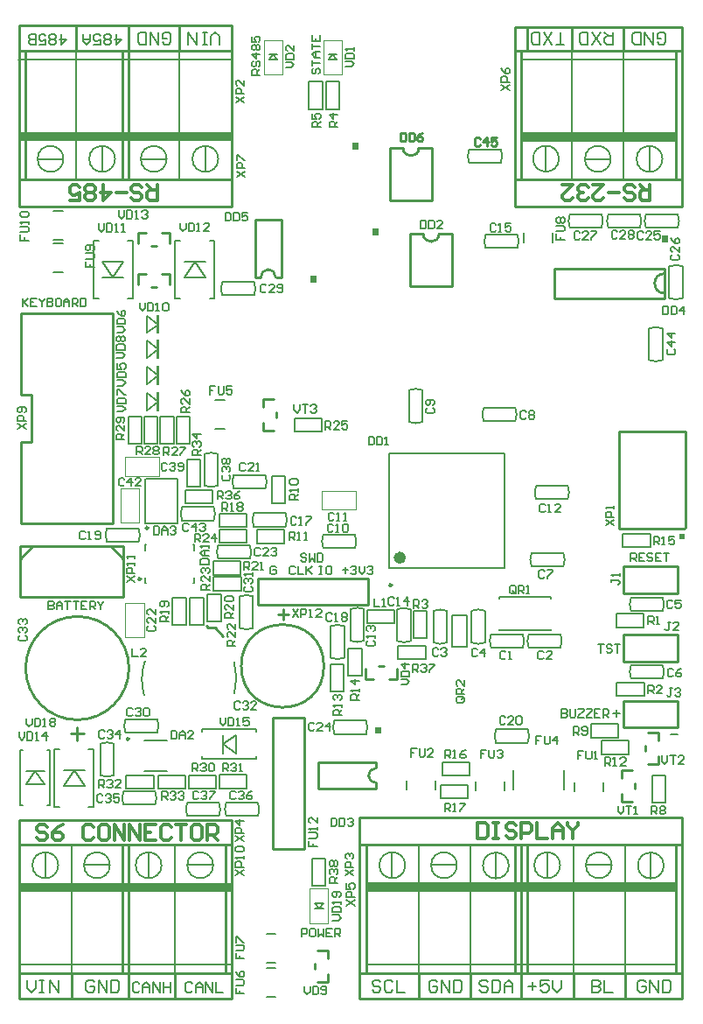
<source format=gto>
G04*
G04 #@! TF.GenerationSoftware,Altium Limited,Altium Designer,18.1.7 (191)*
G04*
G04 Layer_Color=65535*
%FSLAX24Y24*%
%MOIN*%
G70*
G01*
G75*
%ADD10C,0.0100*%
%ADD11C,0.0070*%
%ADD12C,0.0098*%
%ADD13C,0.0236*%
%ADD14C,0.0079*%
%ADD15C,0.0071*%
%ADD16C,0.0050*%
%ADD17C,0.0039*%
%ADD18C,0.0118*%
%ADD19C,0.0138*%
%ADD20R,0.0246X0.0246*%
%ADD21R,0.5935X0.0374*%
%ADD22R,0.4213X0.0364*%
G36*
X13693Y10504D02*
Y10254D01*
X13943D01*
Y10504D01*
X13693D01*
D02*
G37*
G36*
X5477Y22524D02*
Y23244D01*
X5367D01*
Y22524D01*
X5477D01*
D02*
G37*
G36*
Y23538D02*
Y24258D01*
X5367D01*
Y23538D01*
X5477D01*
D02*
G37*
G36*
Y24522D02*
Y25242D01*
X5367D01*
Y24522D01*
X5477D01*
D02*
G37*
G36*
Y25477D02*
Y26197D01*
X5367D01*
Y25477D01*
X5477D01*
D02*
G37*
G36*
X11468Y27677D02*
X11219D01*
Y27427D01*
X11468D01*
Y27677D01*
D02*
G37*
G36*
X12813Y32504D02*
X13063D01*
Y32754D01*
X12813D01*
Y32504D01*
D02*
G37*
G36*
X13583Y29234D02*
X13833D01*
Y29484D01*
X13583D01*
Y29234D01*
D02*
G37*
G36*
X24628Y29220D02*
Y28970D01*
X24878D01*
Y29220D01*
X24628D01*
D02*
G37*
D10*
X14763Y32554D02*
G03*
X15363Y32554I300J0D01*
G01*
X4311Y12742D02*
G03*
X4311Y12742I-1969J0D01*
G01*
X15533Y29284D02*
G03*
X16133Y29284I300J0D01*
G01*
X11742Y12825D02*
G03*
X11742Y12825I-1575J0D01*
G01*
X24728Y27770D02*
G03*
X24728Y27020I0J-375D01*
G01*
X13722Y8935D02*
G03*
X13741Y8377I0J-280D01*
G01*
X9900Y27648D02*
G03*
X9341Y27629I-280J0D01*
G01*
X15363Y32554D02*
X15863D01*
X14263Y30554D02*
Y32554D01*
X15863Y30554D02*
Y32554D01*
X14263Y30554D02*
X15863D01*
X14263Y32554D02*
X14763D01*
X19016Y30315D02*
Y31339D01*
X25394Y36260D02*
Y37165D01*
X19016Y36260D02*
Y37165D01*
X2343Y9992D02*
Y10492D01*
X2093Y10242D02*
X2593D01*
X13314Y12322D02*
Y12722D01*
Y12322D02*
X13614D01*
X14514D02*
Y12722D01*
X14214Y12322D02*
X14514D01*
X13814Y12822D02*
X14014D01*
X5859Y27362D02*
Y27762D01*
X5559D02*
X5859D01*
X4659Y27362D02*
Y27762D01*
X4959D01*
X5159Y27262D02*
X5359D01*
X5859Y28932D02*
Y29332D01*
X5559D02*
X5859D01*
X4659Y28932D02*
Y29332D01*
X4959D01*
X5159Y28832D02*
X5359D01*
X11901Y1684D02*
Y1984D01*
X11501Y784D02*
X11901D01*
Y1084D01*
X11401Y1284D02*
Y1484D01*
X11501Y1984D02*
X11901D01*
X23089Y7654D02*
Y7954D01*
Y8854D02*
X23489D01*
X23089Y8554D02*
Y8854D01*
X23589Y8154D02*
Y8354D01*
X23089Y7654D02*
X23489D01*
X24480Y10001D02*
Y10301D01*
X24080Y9101D02*
X24480D01*
Y9401D01*
X23980Y9601D02*
Y9801D01*
X24080Y10301D02*
X24480D01*
X9442Y21802D02*
Y22102D01*
Y23002D02*
X9842D01*
X9442Y22702D02*
Y23002D01*
X9942Y22302D02*
Y22502D01*
X9442Y21802D02*
X9842D01*
X13346Y6033D02*
X19252D01*
X13346Y1112D02*
X19252D01*
X19488D02*
Y6033D01*
X19252Y1112D02*
Y6033D01*
X13110Y1112D02*
Y6033D01*
X13346Y1112D02*
Y6033D01*
X19252D02*
X19488D01*
X19252Y1112D02*
X19488D01*
X13110Y6033D02*
X13346D01*
X13110Y1112D02*
X13346D01*
X19252Y6033D02*
X25157D01*
X19252Y1112D02*
X25157D01*
X25394D02*
Y6033D01*
X25157Y1112D02*
Y6033D01*
X19016Y1112D02*
Y6033D01*
X19252Y1112D02*
Y6033D01*
X25157D02*
X25394D01*
X25157Y1112D02*
X25394D01*
X19016Y6033D02*
X19252D01*
X19016Y1112D02*
X19252D01*
Y31339D02*
X25157D01*
X19252Y36260D02*
X25157D01*
X19016Y31339D02*
Y36260D01*
X19252Y31339D02*
Y36260D01*
X25394Y31339D02*
Y36260D01*
X25157Y31339D02*
Y36260D01*
X19016Y31339D02*
X19252D01*
X19016Y36260D02*
X19252D01*
X25157Y31339D02*
X25394D01*
X25157Y36260D02*
X25394D01*
X4291Y31339D02*
X8228D01*
X4291Y36260D02*
X8228D01*
X4055Y31339D02*
Y36260D01*
X4291Y31339D02*
Y36260D01*
X8228Y31339D02*
Y36260D01*
X4055Y31339D02*
X4291D01*
X4055Y36260D02*
X4291D01*
X4055Y6033D02*
X7992D01*
X4055Y1112D02*
X7992D01*
X8228D02*
Y6033D01*
X7992Y1112D02*
Y6033D01*
X4055Y1112D02*
Y6033D01*
X7992D02*
X8228D01*
X7992Y1112D02*
X8228D01*
X354Y31339D02*
X4291D01*
X354Y36260D02*
X4291D01*
X118Y31339D02*
Y36260D01*
X354Y31339D02*
Y36260D01*
X4291Y31339D02*
Y36260D01*
X118Y31339D02*
X354D01*
X118Y36260D02*
X354D01*
X118Y6033D02*
X4055D01*
X118Y1112D02*
X4055D01*
X4291D02*
Y6033D01*
X4055Y1112D02*
Y6033D01*
X118Y1112D02*
Y6033D01*
X4055D02*
X4291D01*
X4055Y1112D02*
X4291D01*
X15033Y29284D02*
X15533D01*
X15033Y27284D02*
X16633D01*
Y29284D01*
X15033Y27284D02*
Y29284D01*
X16133D02*
X16633D01*
X9804Y10841D02*
X11004D01*
X9804Y5841D02*
X11004D01*
X9804D02*
Y10841D01*
X11004Y5841D02*
Y10841D01*
X24728Y26820D02*
Y27970D01*
X20528Y26820D02*
Y27970D01*
Y26820D02*
X24728D01*
X20528Y27970D02*
X24728D01*
X23175Y15600D02*
X25222D01*
X23175Y16624D02*
X25222D01*
X23175Y15600D02*
Y16624D01*
X25222Y15600D02*
Y16624D01*
X23175Y13002D02*
X25222D01*
X23175Y14026D02*
X25222D01*
X23175Y13002D02*
Y14026D01*
X25222Y13002D02*
Y14026D01*
X23175Y10472D02*
X25222D01*
X23175Y11496D02*
X25222D01*
X23175Y10472D02*
Y11496D01*
X25222Y10472D02*
Y11496D01*
X9215Y15169D02*
Y16169D01*
X13415Y15169D02*
Y16169D01*
X9215D02*
X13415D01*
X9215Y15169D02*
X13415D01*
X167Y17372D02*
X4104D01*
X167Y15443D02*
X4104D01*
Y17372D01*
X167Y15443D02*
Y17372D01*
X3632D02*
X4104Y16900D01*
X167D02*
X640Y17372D01*
X201Y23146D02*
X601D01*
X201Y21346D02*
X601D01*
X201Y26246D02*
X3701D01*
X201Y18246D02*
X3701D01*
X601Y21346D02*
Y23146D01*
X201D02*
Y26246D01*
Y18246D02*
Y21346D01*
X3701Y18246D02*
Y26246D01*
X13743Y8954D02*
Y9154D01*
Y8154D02*
Y8354D01*
X11543Y8154D02*
Y9154D01*
X13743D01*
X11543Y8154D02*
X13743D01*
X9919Y27627D02*
X10118D01*
X9118D02*
X9319D01*
X9118Y29827D02*
X10118D01*
Y27627D02*
Y29827D01*
X9118Y27627D02*
Y29827D01*
X22994Y20167D02*
X22996Y21744D01*
X25516Y18083D02*
Y21744D01*
X22994Y21767D02*
X25494D01*
X22994Y18067D02*
X25494D01*
X22994D02*
X22996Y20209D01*
X7254Y14370D02*
X7333Y14291D01*
X7579D01*
X7904Y13967D01*
Y13947D02*
Y13967D01*
X6063Y217D02*
Y1122D01*
X2126Y217D02*
Y1122D01*
X25394Y6033D02*
Y7057D01*
X13110D02*
X25394D01*
X13110Y6033D02*
Y7057D01*
X118Y6959D02*
X8228D01*
Y6033D02*
Y6959D01*
X118Y6033D02*
Y6959D01*
X23228Y207D02*
Y1112D01*
X21260Y217D02*
Y1122D01*
X19252Y207D02*
Y1112D01*
X17323Y207D02*
Y1112D01*
X15354Y217D02*
Y1122D01*
X4291Y207D02*
Y1112D01*
X13110Y167D02*
X25394D01*
Y1112D01*
X13110Y167D02*
Y1112D01*
X118Y167D02*
X8228D01*
X118D02*
Y1112D01*
X8228Y167D02*
Y1112D01*
X2283Y36250D02*
Y37205D01*
X4291Y36260D02*
Y37165D01*
X6220Y36250D02*
Y37205D01*
X118Y30315D02*
X8228D01*
Y31339D01*
X118Y30315D02*
Y31339D01*
X8228Y36260D02*
Y37205D01*
X118D02*
X8228D01*
X118Y36260D02*
Y37205D01*
X25394Y30315D02*
Y31339D01*
X19488Y36260D02*
Y37165D01*
X21181Y36260D02*
Y37126D01*
X23150Y36250D02*
Y37146D01*
X14665Y33130D02*
Y32815D01*
X14823D01*
X14875Y32867D01*
Y33077D01*
X14823Y33130D01*
X14665D01*
X14980D02*
Y32815D01*
X15138D01*
X15190Y32867D01*
Y33077D01*
X15138Y33130D01*
X14980D01*
X15505D02*
X15400Y33077D01*
X15295Y32972D01*
Y32867D01*
X15348Y32815D01*
X15453D01*
X15505Y32867D01*
Y32920D01*
X15453Y32972D01*
X15295D01*
X17700Y32900D02*
X17648Y32953D01*
X17543D01*
X17490Y32900D01*
Y32690D01*
X17543Y32638D01*
X17648D01*
X17700Y32690D01*
X17962Y32638D02*
Y32953D01*
X17805Y32795D01*
X18015D01*
X18330Y32953D02*
X18120D01*
Y32795D01*
X18225Y32848D01*
X18277D01*
X18330Y32795D01*
Y32690D01*
X18277Y32638D01*
X18172D01*
X18120Y32690D01*
X9980Y14778D02*
X10380D01*
X10180Y14978D02*
Y14578D01*
D11*
X17281Y32500D02*
G03*
X17280Y31989I608J-256D01*
G01*
X18488D02*
G03*
X18488Y32500I-609J255D01*
G01*
X19324Y13524D02*
G03*
X19324Y14034I-608J256D01*
G01*
X18116D02*
G03*
X18117Y13524I609J-255D01*
G01*
X19554Y14034D02*
G03*
X19554Y13524I608J-256D01*
G01*
X20762D02*
G03*
X20761Y14034I-609J255D01*
G01*
X15915Y13718D02*
G03*
X16426Y13717I256J608D01*
G01*
Y14925D02*
G03*
X15915Y14925I-255J-609D01*
G01*
X17372Y13718D02*
G03*
X17883Y13717I256J608D01*
G01*
Y14925D02*
G03*
X17372Y14925I-255J-609D01*
G01*
X24658Y14921D02*
G03*
X24659Y15432I-608J256D01*
G01*
X23451D02*
G03*
X23451Y14921I609J-255D01*
G01*
X24658Y12343D02*
G03*
X24659Y12853I-608J256D01*
G01*
X23451D02*
G03*
X23451Y12343I609J-255D01*
G01*
X20869Y16614D02*
G03*
X20869Y17125I-608J256D01*
G01*
X19662D02*
G03*
X19662Y16614I609J-255D01*
G01*
X19038Y22146D02*
G03*
X19039Y22656I-608J256D01*
G01*
X17831D02*
G03*
X17831Y22146I609J-255D01*
G01*
X15502Y23329D02*
G03*
X14991Y23330I-256J-608D01*
G01*
Y22122D02*
G03*
X15502Y22123I255J609D01*
G01*
X11720Y17825D02*
G03*
X11719Y17314I608J-256D01*
G01*
X12927D02*
G03*
X12927Y17825I-609J255D01*
G01*
X21036Y19173D02*
G03*
X21037Y19684I-608J256D01*
G01*
X19829D02*
G03*
X19829Y19173I609J-255D01*
G01*
X12766Y13787D02*
G03*
X13276Y13786I256J608D01*
G01*
Y14994D02*
G03*
X12766Y14994I-255J-609D01*
G01*
X14538Y13777D02*
G03*
X15048Y13776I256J608D01*
G01*
Y14984D02*
G03*
X14538Y14984I-255J-609D01*
G01*
X17911Y29252D02*
G03*
X17910Y28741I608J-256D01*
G01*
X19118D02*
G03*
X19118Y29252I-609J255D01*
G01*
X9072Y18642D02*
G03*
X9072Y18131I608J-256D01*
G01*
X10279D02*
G03*
X10279Y18642I-609J255D01*
G01*
X12520Y14343D02*
G03*
X12009Y14344I-256J-608D01*
G01*
Y13136D02*
G03*
X12520Y13136I255J609D01*
G01*
X4678Y17559D02*
G03*
X4678Y18070I-608J256D01*
G01*
X3471D02*
G03*
X3471Y17559I609J-255D01*
G01*
X19511Y9902D02*
G03*
X19511Y10412I-608J256D01*
G01*
X18303D02*
G03*
X18304Y9902I609J-255D01*
G01*
X8304Y20098D02*
G03*
X8304Y19588I608J-256D01*
G01*
X9512D02*
G03*
X9511Y20098I-609J255D01*
G01*
X7714Y17421D02*
G03*
X7713Y16911I608J-256D01*
G01*
X8921D02*
G03*
X8921Y17421I-609J255D01*
G01*
X12143Y10748D02*
G03*
X12143Y10237I608J-256D01*
G01*
X13350D02*
G03*
X13350Y10748I-609J255D01*
G01*
X24023Y30029D02*
G03*
X24022Y29519I608J-256D01*
G01*
X25230D02*
G03*
X25230Y30029I-609J255D01*
G01*
X24912Y26838D02*
G03*
X25422Y26837I256J608D01*
G01*
Y28045D02*
G03*
X24912Y28045I-255J-609D01*
G01*
X21119Y30029D02*
G03*
X21119Y29519I608J-256D01*
G01*
X22327D02*
G03*
X22326Y30029I-609J255D01*
G01*
X22586D02*
G03*
X22585Y29519I608J-256D01*
G01*
X23793D02*
G03*
X23793Y30029I-609J255D01*
G01*
X7871Y27451D02*
G03*
X7871Y26940I608J-256D01*
G01*
X9079D02*
G03*
X9078Y27451I-609J255D01*
G01*
X5387Y10286D02*
G03*
X5387Y10796I-608J256D01*
G01*
X4179D02*
G03*
X4180Y10286I609J-255D01*
G01*
X8534Y14269D02*
G03*
X9044Y14269I256J608D01*
G01*
Y15476D02*
G03*
X8534Y15476I-255J-609D01*
G01*
X3740Y9865D02*
G03*
X3230Y9865I-256J-608D01*
G01*
Y8658D02*
G03*
X3740Y8658I255J609D01*
G01*
X4102Y8051D02*
G03*
X4101Y7541I608J-256D01*
G01*
X5309D02*
G03*
X5309Y8051I-609J255D01*
G01*
X8019Y7617D02*
G03*
X8019Y7107I608J-256D01*
G01*
X9226D02*
G03*
X9226Y7617I-609J255D01*
G01*
X7739Y7106D02*
G03*
X7739Y7617I-608J256D01*
G01*
X6532D02*
G03*
X6532Y7106I609J-255D01*
G01*
X7707Y20898D02*
G03*
X7196Y20899I-256J-608D01*
G01*
Y19691D02*
G03*
X7707Y19691I255J609D01*
G01*
X6336Y18878D02*
G03*
X6335Y18367I608J-256D01*
G01*
X7543D02*
G03*
X7543Y18878I-609J255D01*
G01*
X24646Y25682D02*
G03*
X24135Y25682I-256J-608D01*
G01*
Y24475D02*
G03*
X24646Y24475I255J609D01*
G01*
X17284Y31989D02*
X18484D01*
X17283Y32500D02*
X18484D01*
X22894Y14301D02*
Y14813D01*
X23937Y14301D02*
Y14813D01*
X22894Y14301D02*
X23937D01*
X22894Y14813D02*
X23937D01*
X22904Y11673D02*
Y12185D01*
X23947Y11673D02*
Y12185D01*
X22904Y11673D02*
X23947D01*
X22904Y12185D02*
X23947D01*
X15157Y14931D02*
X15669D01*
X15157Y13888D02*
X15669D01*
X15157D02*
Y14931D01*
X15669Y13888D02*
Y14931D01*
X11821Y34035D02*
X12333D01*
X11821Y35079D02*
X12333D01*
Y34035D02*
Y35079D01*
X11821Y34035D02*
Y35079D01*
X11171Y34035D02*
X11683D01*
X11171Y35079D02*
X11683D01*
Y34035D02*
Y35079D01*
X11171Y34035D02*
Y35079D01*
X24252Y8671D02*
X24764D01*
X24252Y7628D02*
X24764D01*
X24252D02*
Y8671D01*
X24764Y7628D02*
Y8671D01*
X22972Y10098D02*
Y10610D01*
X21929Y10098D02*
Y10610D01*
X22972D01*
X21929Y10098D02*
X22972D01*
X9754Y19026D02*
X10266D01*
X9754Y20069D02*
X10266D01*
Y19026D02*
Y20069D01*
X9754Y19026D02*
Y20069D01*
X9183Y17500D02*
Y18012D01*
X10226Y17500D02*
Y18012D01*
X9183Y17500D02*
X10226D01*
X9183Y18012D02*
X10226D01*
X22333Y9469D02*
Y9980D01*
X23376Y9469D02*
Y9980D01*
X22333Y9469D02*
X23376D01*
X22333Y9980D02*
X23376D01*
X11998Y11841D02*
X12510D01*
X11998Y12884D02*
X12510D01*
Y11841D02*
Y12884D01*
X11998Y11841D02*
Y12884D01*
X12677Y13504D02*
X13189D01*
X12677Y12461D02*
X13189D01*
X12677D02*
Y13504D01*
X13189Y12461D02*
Y13504D01*
X23140Y17343D02*
Y17854D01*
X24183Y17343D02*
Y17854D01*
X23140Y17343D02*
X24183D01*
X23140Y17854D02*
X24183D01*
X17303Y8642D02*
Y9154D01*
X16260Y8642D02*
Y9154D01*
X17303D01*
X16260Y8642D02*
X17303D01*
X16191Y7775D02*
Y8287D01*
X17234Y7775D02*
Y8287D01*
X16191Y7775D02*
X17234D01*
X16191Y8287D02*
X17234D01*
X7766Y18120D02*
Y18632D01*
X8809Y18120D02*
Y18632D01*
X7766Y18120D02*
X8809D01*
X7766Y18632D02*
X8809D01*
X5974Y15423D02*
X6486D01*
X5974Y14380D02*
X6486D01*
X5974D02*
Y15423D01*
X6486Y14380D02*
Y15423D01*
X7303Y15571D02*
X7815D01*
X7303Y14528D02*
X7815D01*
X7303D02*
Y15571D01*
X7815Y14528D02*
Y15571D01*
X7530Y16299D02*
Y16811D01*
X8573Y16299D02*
Y16811D01*
X7530Y16299D02*
X8573D01*
X7530Y16811D02*
X8573D01*
X6634Y15423D02*
X7146D01*
X6634Y14380D02*
X7146D01*
X6634D02*
Y15423D01*
X7146Y14380D02*
Y15423D01*
X7539Y15699D02*
Y16211D01*
X8583Y15699D02*
Y16211D01*
X7539Y15699D02*
X8583D01*
X7539Y16211D02*
X8583D01*
X7766Y17520D02*
Y18032D01*
X8809Y17520D02*
Y18032D01*
X7766Y17520D02*
X8809D01*
X7766Y18032D02*
X8809D01*
X11663Y21742D02*
Y22254D01*
X10620Y21742D02*
Y22254D01*
X11663D01*
X10620Y21742D02*
X11663D01*
X6112Y22333D02*
X6624D01*
X6112Y21289D02*
X6624D01*
X6112D02*
Y22333D01*
X6624Y21289D02*
Y22333D01*
X5502D02*
X6014D01*
X5502Y21289D02*
X6014D01*
X5502D02*
Y22333D01*
X6014Y21289D02*
Y22333D01*
X4892D02*
X5404D01*
X4892Y21289D02*
X5404D01*
X4892D02*
Y22333D01*
X5404Y21289D02*
Y22333D01*
X4281D02*
X4793D01*
X4281Y21289D02*
X4793D01*
X4281D02*
Y22333D01*
X4793Y21289D02*
Y22333D01*
X6585Y8159D02*
Y8671D01*
X7628Y8159D02*
Y8671D01*
X6585Y8159D02*
X7628D01*
X6585Y8671D02*
X7628D01*
X7746Y8169D02*
Y8681D01*
X8789Y8169D02*
Y8681D01*
X7746Y8169D02*
X8789D01*
X7746Y8681D02*
X8789D01*
X5246Y8159D02*
Y8671D01*
X4203Y8159D02*
Y8671D01*
X5246D01*
X4203Y8159D02*
X5246D01*
X5433D02*
Y8671D01*
X6476Y8159D02*
Y8671D01*
X5433Y8159D02*
X6476D01*
X5433Y8671D02*
X6476D01*
X6516Y19646D02*
X7028D01*
X6516Y20689D02*
X7028D01*
Y19646D02*
Y20689D01*
X6516Y19646D02*
Y20689D01*
X7490Y19006D02*
Y19518D01*
X6447Y19006D02*
Y19518D01*
X7490D01*
X6447Y19006D02*
X7490D01*
X15620Y13081D02*
Y13593D01*
X14577Y13081D02*
Y13593D01*
X15620D01*
X14577Y13081D02*
X15620D01*
X11289Y4449D02*
X11801D01*
X11289Y5492D02*
X11801D01*
Y4449D02*
Y5492D01*
X11289Y4449D02*
Y5492D01*
X18120Y14035D02*
X19320D01*
X18120Y13524D02*
X19321D01*
X19558D02*
X20758D01*
X19557Y14035D02*
X20758D01*
X16426Y13721D02*
Y14921D01*
X15915Y13720D02*
Y14921D01*
X17883Y13721D02*
Y14921D01*
X17372Y13720D02*
Y14921D01*
X23455Y15432D02*
X24655D01*
X23455Y14921D02*
X24656D01*
X23455Y12853D02*
X24655D01*
X23455Y12343D02*
X24656D01*
X19665Y17125D02*
X20865D01*
X19665Y16614D02*
X20866D01*
X17835Y22657D02*
X19035D01*
X17835Y22146D02*
X19035D01*
X14991Y22126D02*
Y23326D01*
X15502Y22126D02*
Y23327D01*
X11723Y17314D02*
X12923D01*
X11722Y17825D02*
X12923D01*
X19833Y19684D02*
X21033D01*
X19833Y19173D02*
X21033D01*
X13277Y13790D02*
Y14990D01*
X12766Y13789D02*
Y14990D01*
X15048Y13780D02*
Y14980D01*
X14537Y13780D02*
Y14980D01*
X17914Y28741D02*
X19114D01*
X17913Y29252D02*
X19114D01*
X9076Y18131D02*
X10276D01*
X9075Y18642D02*
X10276D01*
X12009Y13140D02*
Y14340D01*
X12520Y13140D02*
Y14341D01*
X3474Y18070D02*
X4674D01*
X3474Y17559D02*
X4675D01*
X18307Y10412D02*
X19507D01*
X18307Y9902D02*
X19508D01*
X8308Y19588D02*
X9508D01*
X8307Y20098D02*
X9508D01*
X7717Y16910D02*
X8917D01*
X7717Y17421D02*
X8917D01*
X12146Y10237D02*
X13346D01*
X12146Y10748D02*
X13346D01*
X24026Y29519D02*
X25226D01*
X24026Y30030D02*
X25226D01*
X25422Y26841D02*
Y28041D01*
X24911Y26841D02*
Y28041D01*
X21123Y29519D02*
X22323D01*
X21122Y30030D02*
X22323D01*
X22589Y29519D02*
X23789D01*
X22589Y30030D02*
X23789D01*
X7875Y26940D02*
X9075D01*
X7874Y27451D02*
X9075D01*
X4183Y10796D02*
X5383D01*
X4183Y10285D02*
X5384D01*
X9044Y14272D02*
Y15472D01*
X8533Y14272D02*
Y15472D01*
X3229Y8661D02*
Y9861D01*
X3740Y8661D02*
Y9862D01*
X4105Y7540D02*
X5305D01*
X4104Y8051D02*
X5305D01*
X8022Y7106D02*
X9222D01*
X8022Y7617D02*
X9222D01*
X6535D02*
X7735D01*
X6535Y7106D02*
X7736D01*
X7196Y19695D02*
Y20895D01*
X7707Y19695D02*
Y20896D01*
X6339Y18367D02*
X7539D01*
X6339Y18878D02*
X7539D01*
X24135Y24478D02*
Y25678D01*
X24646Y24478D02*
Y25679D01*
X13386Y14970D02*
X14429D01*
X13386Y14459D02*
X14429D01*
Y14970D01*
X13386Y14459D02*
Y14970D01*
D12*
X14331Y15906D02*
G03*
X14331Y15906I-49J0D01*
G01*
X4321Y10049D02*
G03*
X4321Y10049I-49J0D01*
G01*
X4764Y16142D02*
G03*
X4764Y16142I-49J0D01*
G01*
X5042Y18084D02*
G03*
X5042Y18084I-49J0D01*
G01*
X19016Y30315D02*
X25394D01*
X19016Y37165D02*
X25394D01*
D13*
X14754Y16949D02*
G03*
X14754Y16949I-118J0D01*
G01*
D14*
X14843Y5236D02*
G03*
X14843Y5236I-493J0D01*
G01*
X16812D02*
G03*
X16812Y5236I-493J0D01*
G01*
X18790Y5226D02*
G03*
X18790Y5226I-493J0D01*
G01*
X20749Y5236D02*
G03*
X20749Y5236I-493J0D01*
G01*
X22717D02*
G03*
X22717Y5236I-493J0D01*
G01*
X24696Y5226D02*
G03*
X24696Y5226I-493J0D01*
G01*
X24647Y32136D02*
G03*
X24647Y32136I-493J0D01*
G01*
X22678D02*
G03*
X22678Y32136I-493J0D01*
G01*
X20700Y32146D02*
G03*
X20700Y32146I-493J0D01*
G01*
X5749Y32136D02*
G03*
X5749Y32136I-493J0D01*
G01*
X7717D02*
G03*
X7717Y32136I-493J0D01*
G01*
X7521Y5236D02*
G03*
X7521Y5236I-493J0D01*
G01*
X5552D02*
G03*
X5552Y5236I-493J0D01*
G01*
X1812Y32136D02*
G03*
X1812Y32136I-493J0D01*
G01*
X3780D02*
G03*
X3780Y32136I-493J0D01*
G01*
X3584Y5236D02*
G03*
X3584Y5236I-493J0D01*
G01*
X1615D02*
G03*
X1615Y5236I-493J0D01*
G01*
X14242Y16555D02*
X18612D01*
X14242Y20925D02*
X18612D01*
Y16555D02*
Y20925D01*
X14242Y16555D02*
Y20925D01*
X4882Y9990D02*
X5748D01*
X4882Y8809D02*
X5748D01*
X4931Y17441D02*
X4951D01*
X4931Y17224D02*
Y17441D01*
X6762D02*
X6781D01*
Y17224D02*
Y17441D01*
X4931Y15984D02*
X4951D01*
X4931D02*
Y16201D01*
X6762Y15984D02*
X6781D01*
Y16201D01*
X17323Y4577D02*
Y5994D01*
X15354Y4567D02*
Y6014D01*
X13346Y4567D02*
X19232D01*
X18297Y4754D02*
Y5709D01*
X15846Y5246D02*
X16811D01*
X14341Y4754D02*
Y5728D01*
X13346Y1447D02*
X19242D01*
X17323Y1112D02*
Y4419D01*
X15354Y1122D02*
Y4429D01*
X13346D02*
X19232D01*
X23228Y4577D02*
Y5994D01*
X21260Y4567D02*
Y6014D01*
X19252Y4567D02*
X25138D01*
X24203Y4754D02*
Y5709D01*
X21752Y5246D02*
X22717D01*
X20246Y4754D02*
Y5728D01*
X19252Y1447D02*
X25148D01*
X23228Y1112D02*
Y4419D01*
X21260Y1122D02*
Y4429D01*
X19252D02*
X25138D01*
X21181Y31378D02*
Y32795D01*
X23150Y31358D02*
Y32805D01*
X19272D02*
X25157D01*
X20207Y31663D02*
Y32618D01*
X21693Y32126D02*
X22657D01*
X24163Y31644D02*
Y32618D01*
X19262Y35925D02*
X25157D01*
X21181Y32953D02*
Y36260D01*
X23150Y32943D02*
Y36250D01*
X19272Y32943D02*
X25157D01*
X6220D02*
Y36250D01*
X4045Y35925D02*
X8228D01*
X7234Y31644D02*
Y32618D01*
X4764Y32126D02*
X5728D01*
X6220Y31358D02*
Y32805D01*
X6063Y1122D02*
Y4429D01*
X4055Y1447D02*
X8238D01*
X5049Y4754D02*
Y5728D01*
X6555Y5246D02*
X7520D01*
X6063Y4567D02*
Y6014D01*
X2283Y32943D02*
Y36250D01*
X108Y35925D02*
X4291D01*
X3297Y31644D02*
Y32618D01*
X827Y32126D02*
X1791D01*
X2283Y31358D02*
Y32805D01*
X2126Y1122D02*
Y4429D01*
X118Y1447D02*
X4301D01*
X1112Y4754D02*
Y5728D01*
X2618Y5246D02*
X3583D01*
X2126Y4567D02*
Y6014D01*
X17185Y13543D02*
Y14764D01*
X16634Y13543D02*
Y14764D01*
Y13543D02*
X17185D01*
X16634Y14764D02*
X17185D01*
X20384Y14183D02*
Y14222D01*
X18415Y14183D02*
X20384D01*
X18415D02*
Y14222D01*
X20384Y15404D02*
Y15443D01*
X18415D02*
X20384D01*
X18415Y15404D02*
Y15443D01*
X18967Y8130D02*
Y8839D01*
X20896Y8130D02*
Y8839D01*
X4997Y23568D02*
Y24228D01*
Y23568D02*
X5427Y23898D01*
X4997Y24228D02*
X5427Y23898D01*
X4997Y25507D02*
Y26167D01*
Y25507D02*
X5427Y25837D01*
X4997Y26167D02*
X5427Y25837D01*
X4997Y22554D02*
Y23214D01*
Y22554D02*
X5427Y22884D01*
X4997Y23214D02*
X5427Y22884D01*
X4997Y24552D02*
Y25212D01*
Y24552D02*
X5427Y24882D01*
X4997Y25212D02*
X5427Y24882D01*
X21289Y8041D02*
Y8396D01*
X22392Y8041D02*
Y8396D01*
X16004Y8110D02*
Y8465D01*
X14902Y8110D02*
Y8465D01*
X18632Y8081D02*
Y8435D01*
X17530Y8081D02*
Y8435D01*
X7608Y22943D02*
X7963D01*
X7608Y21841D02*
X7963D01*
X9557Y1329D02*
X9911D01*
X9557Y226D02*
X9911D01*
X9557Y2608D02*
X9911D01*
X9557Y1506D02*
X9911D01*
X20453Y28957D02*
Y29311D01*
X19350Y28957D02*
Y29311D01*
X1427Y28907D02*
X1781D01*
X1427Y27805D02*
X1781D01*
X1427Y30157D02*
X1781D01*
X1427Y29055D02*
X1781D01*
X2963Y26831D02*
Y29035D01*
X4459Y26831D02*
Y29035D01*
X2963D02*
X3150D01*
X4272D02*
X4459D01*
X2963Y26831D02*
X3150D01*
X4272D02*
X4459D01*
X7569D02*
Y29035D01*
X6073Y26831D02*
Y29035D01*
X7382Y26831D02*
X7569D01*
X6073D02*
X6260D01*
X7382Y29035D02*
X7569D01*
X6073D02*
X6260D01*
X2963Y7451D02*
Y9656D01*
X1467Y7451D02*
Y9656D01*
X2776Y7451D02*
X2963D01*
X1467D02*
X1654D01*
X2776Y9656D02*
X2963D01*
X1467D02*
X1654D01*
X1201Y7520D02*
X1309D01*
X167D02*
X276D01*
X1201Y9606D02*
X1309D01*
X167D02*
X276D01*
X1309Y7520D02*
Y9606D01*
X167Y7520D02*
Y9606D01*
X9173Y10305D02*
Y10413D01*
Y9272D02*
Y9380D01*
X7087Y10305D02*
Y10413D01*
Y9272D02*
Y9380D01*
Y10413D02*
X9173D01*
X7087Y9272D02*
X9173D01*
X10653Y16581D02*
X10600Y16634D01*
X10495D01*
X10443Y16581D01*
Y16371D01*
X10495Y16319D01*
X10600D01*
X10653Y16371D01*
X10758Y16634D02*
Y16319D01*
X10968D01*
X11073Y16634D02*
Y16319D01*
Y16424D01*
X11283Y16634D01*
X11125Y16476D01*
X11283Y16319D01*
X11565Y16634D02*
X11670D01*
X11617D01*
Y16319D01*
X11565D01*
X11670D01*
X11985Y16634D02*
X11880D01*
X11827Y16581D01*
Y16371D01*
X11880Y16319D01*
X11985D01*
X12037Y16371D01*
Y16581D01*
X11985Y16634D01*
X12451Y16476D02*
X12661D01*
X12556Y16581D02*
Y16371D01*
X12766Y16581D02*
X12818Y16634D01*
X12923D01*
X12976Y16581D01*
Y16529D01*
X12923Y16476D01*
X12871D01*
X12923D01*
X12976Y16424D01*
Y16371D01*
X12923Y16319D01*
X12818D01*
X12766Y16371D01*
X13081Y16634D02*
Y16424D01*
X13185Y16319D01*
X13290Y16424D01*
Y16634D01*
X13395Y16581D02*
X13448Y16634D01*
X13553D01*
X13605Y16581D01*
Y16529D01*
X13553Y16476D01*
X13500D01*
X13553D01*
X13605Y16424D01*
Y16371D01*
X13553Y16319D01*
X13448D01*
X13395Y16371D01*
X9915Y16581D02*
X9862Y16634D01*
X9757D01*
X9705Y16581D01*
Y16371D01*
X9757Y16319D01*
X9862D01*
X9915Y16371D01*
Y16476D01*
X9810D01*
X11076Y17064D02*
X11024Y17116D01*
X10919D01*
X10866Y17064D01*
Y17011D01*
X10919Y16959D01*
X11024D01*
X11076Y16906D01*
Y16854D01*
X11024Y16801D01*
X10919D01*
X10866Y16854D01*
X11181Y17116D02*
Y16801D01*
X11286Y16906D01*
X11391Y16801D01*
Y17116D01*
X11496D02*
Y16801D01*
X11653D01*
X11706Y16854D01*
Y17064D01*
X11653Y17116D01*
X11496D01*
X10896Y2510D02*
Y2825D01*
X11053D01*
X11106Y2772D01*
Y2667D01*
X11053Y2615D01*
X10896D01*
X11368Y2825D02*
X11263D01*
X11211Y2772D01*
Y2562D01*
X11263Y2510D01*
X11368D01*
X11420Y2562D01*
Y2772D01*
X11368Y2825D01*
X11525D02*
Y2510D01*
X11630Y2615D01*
X11735Y2510D01*
Y2825D01*
X12050D02*
X11840D01*
Y2510D01*
X12050D01*
X11840Y2667D02*
X11945D01*
X12155Y2510D02*
Y2825D01*
X12313D01*
X12365Y2772D01*
Y2667D01*
X12313Y2615D01*
X12155D01*
X12260D02*
X12365Y2510D01*
X24951Y10236D02*
X25213D01*
X22756Y11024D02*
X23018D01*
X22887Y11155D02*
Y10892D01*
X20807Y11181D02*
Y10866D01*
X20965D01*
X21017Y10919D01*
Y10971D01*
X20965Y11024D01*
X20807D01*
X20965D01*
X21017Y11076D01*
Y11129D01*
X20965Y11181D01*
X20807D01*
X21122D02*
Y10919D01*
X21174Y10866D01*
X21279D01*
X21332Y10919D01*
Y11181D01*
X21437D02*
X21647D01*
Y11129D01*
X21437Y10919D01*
Y10866D01*
X21647D01*
X21752Y11181D02*
X21962D01*
Y11129D01*
X21752Y10919D01*
Y10866D01*
X21962D01*
X22276Y11181D02*
X22067D01*
Y10866D01*
X22276D01*
X22067Y11024D02*
X22171D01*
X22381Y10866D02*
Y11181D01*
X22539D01*
X22591Y11129D01*
Y11024D01*
X22539Y10971D01*
X22381D01*
X22486D02*
X22591Y10866D01*
X22205Y13651D02*
X22415D01*
X22310D01*
Y13337D01*
X22729Y13599D02*
X22677Y13651D01*
X22572D01*
X22520Y13599D01*
Y13547D01*
X22572Y13494D01*
X22677D01*
X22729Y13442D01*
Y13389D01*
X22677Y13337D01*
X22572D01*
X22520Y13389D01*
X22834Y13651D02*
X23044D01*
X22939D01*
Y13337D01*
X23435Y16811D02*
Y17126D01*
X23592D01*
X23645Y17073D01*
Y16968D01*
X23592Y16916D01*
X23435D01*
X23540D02*
X23645Y16811D01*
X23960Y17126D02*
X23750D01*
Y16811D01*
X23960D01*
X23750Y16968D02*
X23855D01*
X24275Y17073D02*
X24222Y17126D01*
X24117D01*
X24065Y17073D01*
Y17021D01*
X24117Y16968D01*
X24222D01*
X24275Y16916D01*
Y16863D01*
X24222Y16811D01*
X24117D01*
X24065Y16863D01*
X24590Y17126D02*
X24380D01*
Y16811D01*
X24590D01*
X24380Y16968D02*
X24485D01*
X24694Y17126D02*
X24904D01*
X24799D01*
Y16811D01*
X11332Y35584D02*
X11280Y35531D01*
Y35426D01*
X11332Y35374D01*
X11385D01*
X11437Y35426D01*
Y35531D01*
X11490Y35584D01*
X11542D01*
X11594Y35531D01*
Y35426D01*
X11542Y35374D01*
X11280Y35689D02*
Y35899D01*
Y35794D01*
X11594D01*
Y36004D02*
X11385D01*
X11280Y36109D01*
X11385Y36214D01*
X11594D01*
X11437D01*
Y36004D01*
X11280Y36319D02*
Y36528D01*
Y36424D01*
X11594D01*
X11280Y36843D02*
Y36633D01*
X11594D01*
Y36843D01*
X11437Y36633D02*
Y36738D01*
X9311Y35335D02*
X8996D01*
Y35492D01*
X9049Y35545D01*
X9154D01*
X9206Y35492D01*
Y35335D01*
Y35440D02*
X9311Y35545D01*
X9049Y35859D02*
X8996Y35807D01*
Y35702D01*
X9049Y35649D01*
X9101D01*
X9154Y35702D01*
Y35807D01*
X9206Y35859D01*
X9259D01*
X9311Y35807D01*
Y35702D01*
X9259Y35649D01*
X9311Y36122D02*
X8996D01*
X9154Y35964D01*
Y36174D01*
X9049Y36279D02*
X8996Y36332D01*
Y36437D01*
X9049Y36489D01*
X9101D01*
X9154Y36437D01*
X9206Y36489D01*
X9259D01*
X9311Y36437D01*
Y36332D01*
X9259Y36279D01*
X9206D01*
X9154Y36332D01*
X9101Y36279D01*
X9049D01*
X9154Y36332D02*
Y36437D01*
X8996Y36804D02*
Y36594D01*
X9154D01*
X9101Y36699D01*
Y36752D01*
X9154Y36804D01*
X9259D01*
X9311Y36752D01*
Y36647D01*
X9259Y36594D01*
X1240Y15295D02*
Y14980D01*
X1398D01*
X1450Y15033D01*
Y15085D01*
X1398Y15138D01*
X1240D01*
X1398D01*
X1450Y15190D01*
Y15243D01*
X1398Y15295D01*
X1240D01*
X1555Y14980D02*
Y15190D01*
X1660Y15295D01*
X1765Y15190D01*
Y14980D01*
Y15138D01*
X1555D01*
X1870Y15295D02*
X2080D01*
X1975D01*
Y14980D01*
X2185Y15295D02*
X2395D01*
X2290D01*
Y14980D01*
X2709Y15295D02*
X2500D01*
Y14980D01*
X2709D01*
X2500Y15138D02*
X2605D01*
X2814Y14980D02*
Y15295D01*
X2972D01*
X3024Y15243D01*
Y15138D01*
X2972Y15085D01*
X2814D01*
X2919D02*
X3024Y14980D01*
X3129Y15295D02*
Y15243D01*
X3234Y15138D01*
X3339Y15243D01*
Y15295D01*
X3234Y15138D02*
Y14980D01*
X256Y26831D02*
Y26516D01*
Y26621D01*
X466Y26831D01*
X308Y26673D01*
X466Y26516D01*
X781Y26831D02*
X571D01*
Y26516D01*
X781D01*
X571Y26673D02*
X676D01*
X886Y26831D02*
Y26778D01*
X991Y26673D01*
X1096Y26778D01*
Y26831D01*
X991Y26673D02*
Y26516D01*
X1200Y26831D02*
Y26516D01*
X1358D01*
X1410Y26568D01*
Y26621D01*
X1358Y26673D01*
X1200D01*
X1358D01*
X1410Y26726D01*
Y26778D01*
X1358Y26831D01*
X1200D01*
X1673D02*
X1568D01*
X1515Y26778D01*
Y26568D01*
X1568Y26516D01*
X1673D01*
X1725Y26568D01*
Y26778D01*
X1673Y26831D01*
X1830Y26516D02*
Y26726D01*
X1935Y26831D01*
X2040Y26726D01*
Y26516D01*
Y26673D01*
X1830D01*
X2145Y26516D02*
Y26831D01*
X2302D01*
X2355Y26778D01*
Y26673D01*
X2302Y26621D01*
X2145D01*
X2250D02*
X2355Y26516D01*
X2460Y26831D02*
Y26516D01*
X2617D01*
X2670Y26568D01*
Y26778D01*
X2617Y26831D01*
X2460D01*
X24016Y787D02*
X23937Y866D01*
X23779D01*
X23701Y787D01*
Y472D01*
X23779Y394D01*
X23937D01*
X24016Y472D01*
Y630D01*
X23858D01*
X24173Y394D02*
Y866D01*
X24488Y394D01*
Y866D01*
X24645D02*
Y394D01*
X24882D01*
X24960Y472D01*
Y787D01*
X24882Y866D01*
X24645D01*
X21969D02*
Y394D01*
X22205D01*
X22283Y472D01*
Y551D01*
X22205Y630D01*
X21969D01*
X22205D01*
X22283Y709D01*
Y787D01*
X22205Y866D01*
X21969D01*
X22441D02*
Y394D01*
X22756D01*
X19528Y630D02*
X19842D01*
X19685Y787D02*
Y472D01*
X20315Y866D02*
X20000D01*
Y630D01*
X20157Y709D01*
X20236D01*
X20315Y630D01*
Y472D01*
X20236Y394D01*
X20079D01*
X20000Y472D01*
X20472Y866D02*
Y551D01*
X20630Y394D01*
X20787Y551D01*
Y866D01*
X17992Y787D02*
X17913Y866D01*
X17756D01*
X17677Y787D01*
Y709D01*
X17756Y630D01*
X17913D01*
X17992Y551D01*
Y472D01*
X17913Y394D01*
X17756D01*
X17677Y472D01*
X18149Y866D02*
Y394D01*
X18386D01*
X18464Y472D01*
Y787D01*
X18386Y866D01*
X18149D01*
X18622Y394D02*
Y709D01*
X18779Y866D01*
X18937Y709D01*
Y394D01*
Y630D01*
X18622D01*
X16063Y787D02*
X15984Y866D01*
X15827D01*
X15748Y787D01*
Y472D01*
X15827Y394D01*
X15984D01*
X16063Y472D01*
Y630D01*
X15905D01*
X16220Y394D02*
Y866D01*
X16535Y394D01*
Y866D01*
X16693D02*
Y394D01*
X16929D01*
X17007Y472D01*
Y787D01*
X16929Y866D01*
X16693D01*
X13898Y787D02*
X13819Y866D01*
X13661D01*
X13583Y787D01*
Y709D01*
X13661Y630D01*
X13819D01*
X13898Y551D01*
Y472D01*
X13819Y394D01*
X13661D01*
X13583Y472D01*
X14370Y787D02*
X14291Y866D01*
X14134D01*
X14055Y787D01*
Y472D01*
X14134Y394D01*
X14291D01*
X14370Y472D01*
X14527Y866D02*
Y394D01*
X14842D01*
X6719Y722D02*
X6653Y787D01*
X6522D01*
X6457Y722D01*
Y459D01*
X6522Y394D01*
X6653D01*
X6719Y459D01*
X6850Y394D02*
Y656D01*
X6981Y787D01*
X7113Y656D01*
Y394D01*
Y590D01*
X6850D01*
X7244Y394D02*
Y787D01*
X7506Y394D01*
Y787D01*
X7637D02*
Y394D01*
X7900D01*
X4711Y722D02*
X4646Y787D01*
X4514D01*
X4449Y722D01*
Y459D01*
X4514Y394D01*
X4646D01*
X4711Y459D01*
X4842Y394D02*
Y656D01*
X4974Y787D01*
X5105Y656D01*
Y394D01*
Y590D01*
X4842D01*
X5236Y394D02*
Y787D01*
X5498Y394D01*
Y787D01*
X5630D02*
Y394D01*
Y590D01*
X5892D01*
Y787D01*
Y394D01*
X2992Y787D02*
X2913Y866D01*
X2756D01*
X2677Y787D01*
Y472D01*
X2756Y394D01*
X2913D01*
X2992Y472D01*
Y630D01*
X2835D01*
X3149Y394D02*
Y866D01*
X3464Y394D01*
Y866D01*
X3622D02*
Y394D01*
X3858D01*
X3937Y472D01*
Y787D01*
X3858Y866D01*
X3622D01*
X433D02*
Y551D01*
X591Y394D01*
X748Y551D01*
Y866D01*
X905D02*
X1063D01*
X984D01*
Y394D01*
X905D01*
X1063D01*
X1299D02*
Y866D01*
X1614Y394D01*
Y866D01*
X1732Y36890D02*
Y36496D01*
X1929Y36693D01*
X1667D01*
X1536Y36562D02*
X1470Y36496D01*
X1339D01*
X1273Y36562D01*
Y36627D01*
X1339Y36693D01*
X1273Y36759D01*
Y36824D01*
X1339Y36890D01*
X1470D01*
X1536Y36824D01*
Y36759D01*
X1470Y36693D01*
X1536Y36627D01*
Y36562D01*
X1470Y36693D02*
X1339D01*
X880Y36496D02*
X1142D01*
Y36693D01*
X1011Y36627D01*
X945D01*
X880Y36693D01*
Y36824D01*
X945Y36890D01*
X1076D01*
X1142Y36824D01*
X748Y36496D02*
Y36890D01*
X552D01*
X486Y36824D01*
Y36759D01*
X552Y36693D01*
X748D01*
X552D01*
X486Y36627D01*
Y36562D01*
X552Y36496D01*
X748D01*
X3819Y36890D02*
Y36496D01*
X4016Y36693D01*
X3753D01*
X3622Y36562D02*
X3557Y36496D01*
X3425D01*
X3360Y36562D01*
Y36627D01*
X3425Y36693D01*
X3360Y36759D01*
Y36824D01*
X3425Y36890D01*
X3557D01*
X3622Y36824D01*
Y36759D01*
X3557Y36693D01*
X3622Y36627D01*
Y36562D01*
X3557Y36693D02*
X3425D01*
X2966Y36496D02*
X3229D01*
Y36693D01*
X3097Y36627D01*
X3032D01*
X2966Y36693D01*
Y36824D01*
X3032Y36890D01*
X3163D01*
X3229Y36824D01*
X2835Y36890D02*
Y36627D01*
X2704Y36496D01*
X2573Y36627D01*
Y36890D01*
Y36693D01*
X2835D01*
X5591Y36575D02*
X5669Y36496D01*
X5827D01*
X5906Y36575D01*
Y36890D01*
X5827Y36969D01*
X5669D01*
X5591Y36890D01*
Y36732D01*
X5748D01*
X5433Y36969D02*
Y36496D01*
X5118Y36969D01*
Y36496D01*
X4961D02*
Y36969D01*
X4725D01*
X4646Y36890D01*
Y36575D01*
X4725Y36496D01*
X4961D01*
X7756D02*
Y36811D01*
X7598Y36969D01*
X7441Y36811D01*
Y36496D01*
X7284D02*
X7126D01*
X7205D01*
Y36969D01*
X7284D01*
X7126D01*
X6890D02*
Y36496D01*
X6575Y36969D01*
Y36496D01*
X20906D02*
X20591D01*
X20748D01*
Y36969D01*
X20433Y36496D02*
X20118Y36969D01*
Y36496D02*
X20433Y36969D01*
X19961Y36496D02*
Y36969D01*
X19725D01*
X19646Y36890D01*
Y36575D01*
X19725Y36496D01*
X19961D01*
X22756Y36969D02*
Y36496D01*
X22520D01*
X22441Y36575D01*
Y36732D01*
X22520Y36811D01*
X22756D01*
X22598D02*
X22441Y36969D01*
X22284Y36496D02*
X21969Y36969D01*
Y36496D02*
X22284Y36969D01*
X21811Y36496D02*
Y36969D01*
X21575D01*
X21496Y36890D01*
Y36575D01*
X21575Y36496D01*
X21811D01*
X24449Y36575D02*
X24528Y36496D01*
X24685D01*
X24764Y36575D01*
Y36890D01*
X24685Y36969D01*
X24528D01*
X24449Y36890D01*
Y36732D01*
X24606D01*
X24291Y36969D02*
Y36496D01*
X23977Y36969D01*
Y36496D01*
X23819D02*
Y36969D01*
X23583D01*
X23504Y36890D01*
Y36575D01*
X23583Y36496D01*
X23819D01*
X10551Y15000D02*
X10761Y14685D01*
Y15000D02*
X10551Y14685D01*
X10866D02*
Y15000D01*
X11023D01*
X11076Y14947D01*
Y14842D01*
X11023Y14790D01*
X10866D01*
X11181Y14685D02*
X11286D01*
X11233D01*
Y15000D01*
X11181Y14947D01*
X11653Y14685D02*
X11443D01*
X11653Y14895D01*
Y14947D01*
X11601Y15000D01*
X11496D01*
X11443Y14947D01*
X12077Y3130D02*
X12287D01*
X12392Y3235D01*
X12287Y3340D01*
X12077D01*
Y3445D02*
X12392D01*
Y3602D01*
X12339Y3655D01*
X12129D01*
X12077Y3602D01*
Y3445D01*
X12392Y3760D02*
Y3865D01*
Y3812D01*
X12077D01*
X12129Y3760D01*
X12339Y4022D02*
X12392Y4074D01*
Y4179D01*
X12339Y4232D01*
X12129D01*
X12077Y4179D01*
Y4074D01*
X12129Y4022D01*
X12182D01*
X12234Y4074D01*
Y4232D01*
X12274Y4567D02*
X11959D01*
Y4724D01*
X12011Y4777D01*
X12116D01*
X12169Y4724D01*
Y4567D01*
Y4672D02*
X12274Y4777D01*
X12011Y4882D02*
X11959Y4934D01*
Y5039D01*
X12011Y5092D01*
X12064D01*
X12116Y5039D01*
Y4987D01*
Y5039D01*
X12169Y5092D01*
X12221D01*
X12274Y5039D01*
Y4934D01*
X12221Y4882D01*
X12011Y5196D02*
X11959Y5249D01*
Y5354D01*
X12011Y5406D01*
X12064D01*
X12116Y5354D01*
X12169Y5406D01*
X12221D01*
X12274Y5354D01*
Y5249D01*
X12221Y5196D01*
X12169D01*
X12116Y5249D01*
X12064Y5196D01*
X12011D01*
X12116Y5249D02*
Y5354D01*
X8547Y11434D02*
X8494Y11486D01*
X8389D01*
X8337Y11434D01*
Y11224D01*
X8389Y11171D01*
X8494D01*
X8547Y11224D01*
X8651Y11434D02*
X8704Y11486D01*
X8809D01*
X8861Y11434D01*
Y11381D01*
X8809Y11329D01*
X8756D01*
X8809D01*
X8861Y11276D01*
Y11224D01*
X8809Y11171D01*
X8704D01*
X8651Y11224D01*
X9176Y11171D02*
X8966D01*
X9176Y11381D01*
Y11434D01*
X9124Y11486D01*
X9019D01*
X8966Y11434D01*
X11171Y6165D02*
Y5955D01*
X11329D01*
Y6060D01*
Y5955D01*
X11486D01*
X11171Y6270D02*
X11434D01*
X11486Y6322D01*
Y6427D01*
X11434Y6479D01*
X11171D01*
X11486Y6584D02*
Y6689D01*
Y6637D01*
X11171D01*
X11224Y6584D01*
X11486Y7057D02*
Y6847D01*
X11276Y7057D01*
X11224D01*
X11171Y7004D01*
Y6899D01*
X11224Y6847D01*
X404Y10837D02*
Y10627D01*
X509Y10522D01*
X613Y10627D01*
Y10837D01*
X718D02*
Y10522D01*
X876D01*
X928Y10574D01*
Y10784D01*
X876Y10837D01*
X718D01*
X1033Y10522D02*
X1138D01*
X1086D01*
Y10837D01*
X1033Y10784D01*
X1296D02*
X1348Y10837D01*
X1453D01*
X1506Y10784D01*
Y10732D01*
X1453Y10679D01*
X1506Y10627D01*
Y10574D01*
X1453Y10522D01*
X1348D01*
X1296Y10574D01*
Y10627D01*
X1348Y10679D01*
X1296Y10732D01*
Y10784D01*
X1348Y10679D02*
X1453D01*
X24875Y24895D02*
X24823Y24842D01*
Y24738D01*
X24875Y24685D01*
X25085D01*
X25138Y24738D01*
Y24842D01*
X25085Y24895D01*
X25138Y25157D02*
X24823D01*
X24980Y25000D01*
Y25210D01*
X25138Y25472D02*
X24823D01*
X24980Y25315D01*
Y25525D01*
X15128Y12589D02*
Y12903D01*
X15285D01*
X15338Y12851D01*
Y12746D01*
X15285Y12694D01*
X15128D01*
X15233D02*
X15338Y12589D01*
X15443Y12851D02*
X15495Y12903D01*
X15600D01*
X15653Y12851D01*
Y12798D01*
X15600Y12746D01*
X15548D01*
X15600D01*
X15653Y12694D01*
Y12641D01*
X15600Y12589D01*
X15495D01*
X15443Y12641D01*
X15758Y12903D02*
X15968D01*
Y12851D01*
X15758Y12641D01*
Y12589D01*
X4223Y16033D02*
X4537Y16243D01*
X4223D02*
X4537Y16033D01*
Y16348D02*
X4223D01*
Y16506D01*
X4275Y16558D01*
X4380D01*
X4432Y16506D01*
Y16348D01*
X4537Y16663D02*
Y16768D01*
Y16716D01*
X4223D01*
X4275Y16663D01*
X4537Y16926D02*
Y17031D01*
Y16978D01*
X4223D01*
X4275Y16926D01*
X8376Y4852D02*
X8691Y5062D01*
X8376D02*
X8691Y4852D01*
Y5167D02*
X8376D01*
Y5325D01*
X8429Y5377D01*
X8534D01*
X8586Y5325D01*
Y5167D01*
X8691Y5482D02*
Y5587D01*
Y5535D01*
X8376D01*
X8429Y5482D01*
Y5744D02*
X8376Y5797D01*
Y5902D01*
X8429Y5954D01*
X8638D01*
X8691Y5902D01*
Y5797D01*
X8638Y5744D01*
X8429D01*
X73Y21844D02*
X388Y22054D01*
X73D02*
X388Y21844D01*
Y22159D02*
X73D01*
Y22317D01*
X125Y22369D01*
X230D01*
X283Y22317D01*
Y22159D01*
X335Y22474D02*
X388Y22527D01*
Y22632D01*
X335Y22684D01*
X125D01*
X73Y22632D01*
Y22527D01*
X125Y22474D01*
X178D01*
X230Y22527D01*
Y22684D01*
X8425Y31457D02*
X8740Y31667D01*
X8425D02*
X8740Y31457D01*
Y31772D02*
X8425D01*
Y31929D01*
X8478Y31981D01*
X8583D01*
X8635Y31929D01*
Y31772D01*
X8425Y32086D02*
Y32296D01*
X8478D01*
X8688Y32086D01*
X8740D01*
X18504Y34754D02*
X18819Y34964D01*
X18504D02*
X18819Y34754D01*
Y35069D02*
X18504D01*
Y35226D01*
X18557Y35279D01*
X18661D01*
X18714Y35226D01*
Y35069D01*
X18504Y35594D02*
X18557Y35489D01*
X18661Y35384D01*
X18766D01*
X18819Y35436D01*
Y35541D01*
X18766Y35594D01*
X18714D01*
X18661Y35541D01*
Y35384D01*
X12599Y3701D02*
X12913Y3911D01*
X12599D02*
X12913Y3701D01*
Y4016D02*
X12599D01*
Y4173D01*
X12651Y4226D01*
X12756D01*
X12808Y4173D01*
Y4016D01*
X12599Y4540D02*
Y4331D01*
X12756D01*
X12703Y4435D01*
Y4488D01*
X12756Y4540D01*
X12861D01*
X12913Y4488D01*
Y4383D01*
X12861Y4331D01*
X8376Y6142D02*
X8691Y6352D01*
X8376D02*
X8691Y6142D01*
Y6457D02*
X8376D01*
Y6614D01*
X8429Y6666D01*
X8534D01*
X8586Y6614D01*
Y6457D01*
X8691Y6929D02*
X8376D01*
X8534Y6771D01*
Y6981D01*
X12559Y4843D02*
X12874Y5052D01*
X12559D02*
X12874Y4843D01*
Y5157D02*
X12559D01*
Y5315D01*
X12612Y5367D01*
X12717D01*
X12769Y5315D01*
Y5157D01*
X12612Y5472D02*
X12559Y5525D01*
Y5630D01*
X12612Y5682D01*
X12664D01*
X12717Y5630D01*
Y5577D01*
Y5630D01*
X12769Y5682D01*
X12822D01*
X12874Y5630D01*
Y5525D01*
X12822Y5472D01*
X8386Y34291D02*
X8701Y34501D01*
X8386D02*
X8701Y34291D01*
Y34606D02*
X8386D01*
Y34764D01*
X8438Y34816D01*
X8543D01*
X8596Y34764D01*
Y34606D01*
X8701Y35131D02*
Y34921D01*
X8491Y35131D01*
X8438D01*
X8386Y35078D01*
Y34974D01*
X8438Y34921D01*
X22490Y18179D02*
X22805Y18389D01*
X22490D02*
X22805Y18179D01*
Y18494D02*
X22490D01*
Y18651D01*
X22543Y18704D01*
X22648D01*
X22700Y18651D01*
Y18494D01*
X22805Y18809D02*
Y18914D01*
Y18861D01*
X22490D01*
X22543Y18809D01*
X10610Y22785D02*
Y22575D01*
X10715Y22470D01*
X10820Y22575D01*
Y22785D01*
X10925D02*
X11135D01*
X11030D01*
Y22470D01*
X11240Y22733D02*
X11292Y22785D01*
X11397D01*
X11450Y22733D01*
Y22680D01*
X11397Y22628D01*
X11345D01*
X11397D01*
X11450Y22575D01*
Y22523D01*
X11397Y22470D01*
X11292D01*
X11240Y22523D01*
X24626Y9409D02*
Y9199D01*
X24731Y9094D01*
X24836Y9199D01*
Y9409D01*
X24941D02*
X25151D01*
X25046D01*
Y9094D01*
X25466D02*
X25256D01*
X25466Y9304D01*
Y9357D01*
X25413Y9409D01*
X25308D01*
X25256Y9357D01*
X22948Y7487D02*
Y7277D01*
X23053Y7172D01*
X23158Y7277D01*
Y7487D01*
X23263D02*
X23473D01*
X23368D01*
Y7172D01*
X23578D02*
X23683D01*
X23630D01*
Y7487D01*
X23578Y7434D01*
X7785Y10856D02*
Y10646D01*
X7890Y10541D01*
X7995Y10646D01*
Y10856D01*
X8100D02*
Y10541D01*
X8258D01*
X8310Y10594D01*
Y10804D01*
X8258Y10856D01*
X8100D01*
X8415Y10541D02*
X8520D01*
X8468D01*
Y10856D01*
X8415Y10804D01*
X8887Y10856D02*
X8678D01*
Y10699D01*
X8782Y10751D01*
X8835D01*
X8887Y10699D01*
Y10594D01*
X8835Y10541D01*
X8730D01*
X8678Y10594D01*
X118Y10315D02*
Y10105D01*
X223Y10000D01*
X328Y10105D01*
Y10315D01*
X433D02*
Y10000D01*
X590D01*
X643Y10052D01*
Y10262D01*
X590Y10315D01*
X433D01*
X748Y10000D02*
X853D01*
X800D01*
Y10315D01*
X748Y10262D01*
X1168Y10000D02*
Y10315D01*
X1010Y10157D01*
X1220D01*
X3917Y30177D02*
Y29967D01*
X4022Y29862D01*
X4127Y29967D01*
Y30177D01*
X4232D02*
Y29862D01*
X4390D01*
X4442Y29915D01*
Y30125D01*
X4390Y30177D01*
X4232D01*
X4547Y29862D02*
X4652D01*
X4600D01*
Y30177D01*
X4547Y30125D01*
X4809D02*
X4862Y30177D01*
X4967D01*
X5019Y30125D01*
Y30072D01*
X4967Y30020D01*
X4914D01*
X4967D01*
X5019Y29967D01*
Y29915D01*
X4967Y29862D01*
X4862D01*
X4809Y29915D01*
X6270Y29695D02*
Y29485D01*
X6375Y29380D01*
X6480Y29485D01*
Y29695D01*
X6585D02*
Y29380D01*
X6742D01*
X6794Y29432D01*
Y29642D01*
X6742Y29695D01*
X6585D01*
X6899Y29380D02*
X7004D01*
X6952D01*
Y29695D01*
X6899Y29642D01*
X7372Y29380D02*
X7162D01*
X7372Y29590D01*
Y29642D01*
X7319Y29695D01*
X7214D01*
X7162Y29642D01*
X3150Y29675D02*
Y29465D01*
X3255Y29360D01*
X3360Y29465D01*
Y29675D01*
X3464D02*
Y29360D01*
X3622D01*
X3674Y29413D01*
Y29623D01*
X3622Y29675D01*
X3464D01*
X3779Y29360D02*
X3884D01*
X3832D01*
Y29675D01*
X3779Y29623D01*
X4042Y29360D02*
X4147D01*
X4094D01*
Y29675D01*
X4042Y29623D01*
X4715Y26653D02*
Y26444D01*
X4820Y26339D01*
X4924Y26444D01*
Y26653D01*
X5029D02*
Y26339D01*
X5187D01*
X5239Y26391D01*
Y26601D01*
X5187Y26653D01*
X5029D01*
X5344Y26339D02*
X5449D01*
X5397D01*
Y26653D01*
X5344Y26601D01*
X5607D02*
X5659Y26653D01*
X5764D01*
X5817Y26601D01*
Y26391D01*
X5764Y26339D01*
X5659D01*
X5607Y26391D01*
Y26601D01*
X11004Y630D02*
Y420D01*
X11109Y315D01*
X11214Y420D01*
Y630D01*
X11319D02*
Y315D01*
X11476D01*
X11529Y367D01*
Y577D01*
X11476Y630D01*
X11319D01*
X11634Y367D02*
X11686Y315D01*
X11791D01*
X11844Y367D01*
Y577D01*
X11791Y630D01*
X11686D01*
X11634Y577D01*
Y525D01*
X11686Y472D01*
X11844D01*
X3839Y24547D02*
X4049D01*
X4154Y24652D01*
X4049Y24757D01*
X3839D01*
Y24862D02*
X4154D01*
Y25020D01*
X4101Y25072D01*
X3891D01*
X3839Y25020D01*
Y24862D01*
X3891Y25177D02*
X3839Y25229D01*
Y25334D01*
X3891Y25387D01*
X3944D01*
X3996Y25334D01*
X4049Y25387D01*
X4101D01*
X4154Y25334D01*
Y25229D01*
X4101Y25177D01*
X4049D01*
X3996Y25229D01*
X3944Y25177D01*
X3891D01*
X3996Y25229D02*
Y25334D01*
X3868Y22510D02*
X4078D01*
X4183Y22615D01*
X4078Y22720D01*
X3868D01*
Y22825D02*
X4183D01*
Y22982D01*
X4131Y23035D01*
X3921D01*
X3868Y22982D01*
Y22825D01*
Y23140D02*
Y23349D01*
X3921D01*
X4131Y23140D01*
X4183D01*
X3858Y25531D02*
X4068D01*
X4173Y25636D01*
X4068Y25741D01*
X3858D01*
Y25846D02*
X4173D01*
Y26004D01*
X4121Y26056D01*
X3911D01*
X3858Y26004D01*
Y25846D01*
Y26371D02*
X3911Y26266D01*
X4016Y26161D01*
X4121D01*
X4173Y26214D01*
Y26319D01*
X4121Y26371D01*
X4068D01*
X4016Y26319D01*
Y26161D01*
X3868Y23504D02*
X4078D01*
X4183Y23609D01*
X4078Y23714D01*
X3868D01*
Y23819D02*
X4183D01*
Y23976D01*
X4131Y24029D01*
X3921D01*
X3868Y23976D01*
Y23819D01*
Y24344D02*
Y24134D01*
X4026D01*
X3973Y24239D01*
Y24291D01*
X4026Y24344D01*
X4131D01*
X4183Y24291D01*
Y24186D01*
X4131Y24134D01*
X14685Y12106D02*
X14895D01*
X15000Y12211D01*
X14895Y12316D01*
X14685D01*
Y12421D02*
X15000D01*
Y12579D01*
X14948Y12631D01*
X14738D01*
X14685Y12579D01*
Y12421D01*
X15000Y12893D02*
X14685D01*
X14843Y12736D01*
Y12946D01*
X10295Y35620D02*
X10505D01*
X10610Y35725D01*
X10505Y35830D01*
X10295D01*
Y35935D02*
X10610D01*
Y36092D01*
X10558Y36145D01*
X10348D01*
X10295Y36092D01*
Y35935D01*
X10610Y36460D02*
Y36250D01*
X10400Y36460D01*
X10348D01*
X10295Y36407D01*
Y36302D01*
X10348Y36250D01*
X12569Y35640D02*
X12779D01*
X12884Y35745D01*
X12779Y35850D01*
X12569D01*
Y35955D02*
X12884D01*
Y36112D01*
X12831Y36165D01*
X12621D01*
X12569Y36112D01*
Y35955D01*
X12884Y36269D02*
Y36374D01*
Y36322D01*
X12569D01*
X12621Y36269D01*
X7687Y19173D02*
Y19488D01*
X7844D01*
X7897Y19436D01*
Y19331D01*
X7844Y19278D01*
X7687D01*
X7792D02*
X7897Y19173D01*
X8002Y19436D02*
X8054Y19488D01*
X8159D01*
X8212Y19436D01*
Y19383D01*
X8159Y19331D01*
X8107D01*
X8159D01*
X8212Y19278D01*
Y19226D01*
X8159Y19173D01*
X8054D01*
X8002Y19226D01*
X8527Y19488D02*
X8422Y19436D01*
X8317Y19331D01*
Y19226D01*
X8369Y19173D01*
X8474D01*
X8527Y19226D01*
Y19278D01*
X8474Y19331D01*
X8317D01*
X7047Y20856D02*
X6732D01*
Y21014D01*
X6785Y21066D01*
X6890D01*
X6942Y21014D01*
Y20856D01*
Y20961D02*
X7047Y21066D01*
X6785Y21171D02*
X6732Y21224D01*
Y21329D01*
X6785Y21381D01*
X6837D01*
X6890Y21329D01*
Y21276D01*
Y21329D01*
X6942Y21381D01*
X6995D01*
X7047Y21329D01*
Y21224D01*
X6995Y21171D01*
X7047Y21643D02*
X6732D01*
X6890Y21486D01*
Y21696D01*
X5571Y7736D02*
Y8051D01*
X5728D01*
X5781Y7999D01*
Y7894D01*
X5728Y7841D01*
X5571D01*
X5676D02*
X5781Y7736D01*
X5886Y7999D02*
X5938Y8051D01*
X6043D01*
X6096Y7999D01*
Y7946D01*
X6043Y7894D01*
X5991D01*
X6043D01*
X6096Y7841D01*
Y7789D01*
X6043Y7736D01*
X5938D01*
X5886Y7789D01*
X6201Y7999D02*
X6253Y8051D01*
X6358D01*
X6410Y7999D01*
Y7946D01*
X6358Y7894D01*
X6306D01*
X6358D01*
X6410Y7841D01*
Y7789D01*
X6358Y7736D01*
X6253D01*
X6201Y7789D01*
X3159Y8179D02*
Y8494D01*
X3317D01*
X3369Y8442D01*
Y8337D01*
X3317Y8284D01*
X3159D01*
X3264D02*
X3369Y8179D01*
X3474Y8442D02*
X3527Y8494D01*
X3632D01*
X3684Y8442D01*
Y8389D01*
X3632Y8337D01*
X3579D01*
X3632D01*
X3684Y8284D01*
Y8232D01*
X3632Y8179D01*
X3527D01*
X3474Y8232D01*
X3999Y8179D02*
X3789D01*
X3999Y8389D01*
Y8442D01*
X3947Y8494D01*
X3842D01*
X3789Y8442D01*
X7884Y8809D02*
Y9124D01*
X8041D01*
X8094Y9071D01*
Y8966D01*
X8041Y8914D01*
X7884D01*
X7989D02*
X8094Y8809D01*
X8199Y9071D02*
X8251Y9124D01*
X8356D01*
X8409Y9071D01*
Y9019D01*
X8356Y8966D01*
X8304D01*
X8356D01*
X8409Y8914D01*
Y8862D01*
X8356Y8809D01*
X8251D01*
X8199Y8862D01*
X8514Y8809D02*
X8619D01*
X8566D01*
Y9124D01*
X8514Y9071D01*
X6722Y8809D02*
Y9124D01*
X6880D01*
X6932Y9071D01*
Y8966D01*
X6880Y8914D01*
X6722D01*
X6827D02*
X6932Y8809D01*
X7037Y9071D02*
X7090Y9124D01*
X7195D01*
X7247Y9071D01*
Y9019D01*
X7195Y8966D01*
X7142D01*
X7195D01*
X7247Y8914D01*
Y8862D01*
X7195Y8809D01*
X7090D01*
X7037Y8862D01*
X7352Y9071D02*
X7405Y9124D01*
X7510D01*
X7562Y9071D01*
Y8862D01*
X7510Y8809D01*
X7405D01*
X7352Y8862D01*
Y9071D01*
X4144Y21457D02*
X3829D01*
Y21614D01*
X3881Y21667D01*
X3986D01*
X4039Y21614D01*
Y21457D01*
Y21562D02*
X4144Y21667D01*
Y21981D02*
Y21772D01*
X3934Y21981D01*
X3881D01*
X3829Y21929D01*
Y21824D01*
X3881Y21772D01*
X4091Y22086D02*
X4144Y22139D01*
Y22244D01*
X4091Y22296D01*
X3881D01*
X3829Y22244D01*
Y22139D01*
X3881Y22086D01*
X3934D01*
X3986Y22139D01*
Y22296D01*
X4606Y20876D02*
Y21191D01*
X4764D01*
X4816Y21138D01*
Y21033D01*
X4764Y20981D01*
X4606D01*
X4711D02*
X4816Y20876D01*
X5131D02*
X4921D01*
X5131Y21086D01*
Y21138D01*
X5079Y21191D01*
X4974D01*
X4921Y21138D01*
X5236D02*
X5288Y21191D01*
X5393D01*
X5446Y21138D01*
Y21086D01*
X5393Y21033D01*
X5446Y20981D01*
Y20928D01*
X5393Y20876D01*
X5288D01*
X5236Y20928D01*
Y20981D01*
X5288Y21033D01*
X5236Y21086D01*
Y21138D01*
X5288Y21033D02*
X5393D01*
X5630Y20846D02*
Y21161D01*
X5787D01*
X5840Y21109D01*
Y21004D01*
X5787Y20951D01*
X5630D01*
X5735D02*
X5840Y20846D01*
X6155D02*
X5945D01*
X6155Y21056D01*
Y21109D01*
X6102Y21161D01*
X5997D01*
X5945Y21109D01*
X6260Y21161D02*
X6470D01*
Y21109D01*
X6260Y20899D01*
Y20846D01*
X6614Y22480D02*
X6299D01*
Y22638D01*
X6352Y22690D01*
X6457D01*
X6509Y22638D01*
Y22480D01*
Y22585D02*
X6614Y22690D01*
Y23005D02*
Y22795D01*
X6404Y23005D01*
X6352D01*
X6299Y22953D01*
Y22848D01*
X6352Y22795D01*
X6299Y23320D02*
X6352Y23215D01*
X6457Y23110D01*
X6562D01*
X6614Y23163D01*
Y23267D01*
X6562Y23320D01*
X6509D01*
X6457Y23267D01*
Y23110D01*
X11801Y21831D02*
Y22146D01*
X11959D01*
X12011Y22093D01*
Y21988D01*
X11959Y21936D01*
X11801D01*
X11906D02*
X12011Y21831D01*
X12326D02*
X12116D01*
X12326Y22041D01*
Y22093D01*
X12273Y22146D01*
X12169D01*
X12116Y22093D01*
X12641Y22146D02*
X12431D01*
Y21988D01*
X12536Y22041D01*
X12588D01*
X12641Y21988D01*
Y21883D01*
X12588Y21831D01*
X12483D01*
X12431Y21883D01*
X6821Y17539D02*
Y17854D01*
X6978D01*
X7031Y17802D01*
Y17697D01*
X6978Y17644D01*
X6821D01*
X6926D02*
X7031Y17539D01*
X7346D02*
X7136D01*
X7346Y17749D01*
Y17802D01*
X7293Y17854D01*
X7188D01*
X7136Y17802D01*
X7608Y17539D02*
Y17854D01*
X7451Y17697D01*
X7660D01*
X7382Y15728D02*
X7067D01*
Y15886D01*
X7120Y15938D01*
X7224D01*
X7277Y15886D01*
Y15728D01*
Y15833D02*
X7382Y15938D01*
Y16253D02*
Y16043D01*
X7172Y16253D01*
X7120D01*
X7067Y16201D01*
Y16096D01*
X7120Y16043D01*
Y16358D02*
X7067Y16411D01*
Y16515D01*
X7120Y16568D01*
X7172D01*
X7224Y16515D01*
Y16463D01*
Y16515D01*
X7277Y16568D01*
X7329D01*
X7382Y16515D01*
Y16411D01*
X7329Y16358D01*
X8366Y13593D02*
X8051D01*
Y13750D01*
X8104Y13802D01*
X8209D01*
X8261Y13750D01*
Y13593D01*
Y13697D02*
X8366Y13802D01*
Y14117D02*
Y13907D01*
X8156Y14117D01*
X8104D01*
X8051Y14065D01*
Y13960D01*
X8104Y13907D01*
X8366Y14432D02*
Y14222D01*
X8156Y14432D01*
X8104D01*
X8051Y14380D01*
Y14275D01*
X8104Y14222D01*
X8691Y16476D02*
Y16791D01*
X8848D01*
X8901Y16739D01*
Y16634D01*
X8848Y16581D01*
X8691D01*
X8796D02*
X8901Y16476D01*
X9216D02*
X9006D01*
X9216Y16686D01*
Y16739D01*
X9163Y16791D01*
X9058D01*
X9006Y16739D01*
X9321Y16476D02*
X9426D01*
X9373D01*
Y16791D01*
X9321Y16739D01*
X8287Y14646D02*
X7973D01*
Y14803D01*
X8025Y14856D01*
X8130D01*
X8182Y14803D01*
Y14646D01*
Y14751D02*
X8287Y14856D01*
Y15170D02*
Y14961D01*
X8077Y15170D01*
X8025D01*
X7973Y15118D01*
Y15013D01*
X8025Y14961D01*
Y15275D02*
X7973Y15328D01*
Y15433D01*
X8025Y15485D01*
X8235D01*
X8287Y15433D01*
Y15328D01*
X8235Y15275D01*
X8025D01*
X5817Y14508D02*
X5502D01*
Y14665D01*
X5555Y14718D01*
X5659D01*
X5712Y14665D01*
Y14508D01*
Y14613D02*
X5817Y14718D01*
Y14823D02*
Y14928D01*
Y14875D01*
X5502D01*
X5555Y14823D01*
X5764Y15085D02*
X5817Y15138D01*
Y15243D01*
X5764Y15295D01*
X5555D01*
X5502Y15243D01*
Y15138D01*
X5555Y15085D01*
X5607D01*
X5659Y15138D01*
Y15295D01*
X7864Y18730D02*
Y19045D01*
X8022D01*
X8074Y18993D01*
Y18888D01*
X8022Y18835D01*
X7864D01*
X7969D02*
X8074Y18730D01*
X8179D02*
X8284D01*
X8232D01*
Y19045D01*
X8179Y18993D01*
X8441D02*
X8494Y19045D01*
X8599D01*
X8651Y18993D01*
Y18940D01*
X8599Y18888D01*
X8651Y18835D01*
Y18783D01*
X8599Y18730D01*
X8494D01*
X8441Y18783D01*
Y18835D01*
X8494Y18888D01*
X8441Y18940D01*
Y18993D01*
X8494Y18888D02*
X8599D01*
X16348Y7283D02*
Y7598D01*
X16506D01*
X16558Y7546D01*
Y7441D01*
X16506Y7388D01*
X16348D01*
X16453D02*
X16558Y7283D01*
X16663D02*
X16768D01*
X16716D01*
Y7598D01*
X16663Y7546D01*
X16926Y7598D02*
X17136D01*
Y7546D01*
X16926Y7336D01*
Y7283D01*
X16358Y9311D02*
Y9626D01*
X16516D01*
X16568Y9573D01*
Y9468D01*
X16516Y9416D01*
X16358D01*
X16463D02*
X16568Y9311D01*
X16673D02*
X16778D01*
X16726D01*
Y9626D01*
X16673Y9573D01*
X17145Y9626D02*
X17040Y9573D01*
X16936Y9468D01*
Y9363D01*
X16988Y9311D01*
X17093D01*
X17145Y9363D01*
Y9416D01*
X17093Y9468D01*
X16936D01*
X24321Y17441D02*
Y17756D01*
X24478D01*
X24531Y17703D01*
Y17598D01*
X24478Y17546D01*
X24321D01*
X24426D02*
X24531Y17441D01*
X24636D02*
X24741D01*
X24688D01*
Y17756D01*
X24636Y17703D01*
X25108Y17756D02*
X24898D01*
Y17598D01*
X25003Y17651D01*
X25056D01*
X25108Y17598D01*
Y17493D01*
X25056Y17441D01*
X24951D01*
X24898Y17493D01*
X13091Y11535D02*
X12776D01*
Y11693D01*
X12828Y11745D01*
X12933D01*
X12986Y11693D01*
Y11535D01*
Y11640D02*
X13091Y11745D01*
Y11850D02*
Y11955D01*
Y11903D01*
X12776D01*
X12828Y11850D01*
X13091Y12270D02*
X12776D01*
X12933Y12113D01*
Y12323D01*
X12421Y10945D02*
X12106D01*
Y11102D01*
X12159Y11155D01*
X12264D01*
X12316Y11102D01*
Y10945D01*
Y11050D02*
X12421Y11155D01*
Y11260D02*
Y11365D01*
Y11312D01*
X12106D01*
X12159Y11260D01*
Y11522D02*
X12106Y11575D01*
Y11680D01*
X12159Y11732D01*
X12211D01*
X12264Y11680D01*
Y11627D01*
Y11680D01*
X12316Y11732D01*
X12369D01*
X12421Y11680D01*
Y11575D01*
X12369Y11522D01*
X22461Y9026D02*
Y9340D01*
X22618D01*
X22671Y9288D01*
Y9183D01*
X22618Y9131D01*
X22461D01*
X22566D02*
X22671Y9026D01*
X22775D02*
X22880D01*
X22828D01*
Y9340D01*
X22775Y9288D01*
X23248Y9026D02*
X23038D01*
X23248Y9236D01*
Y9288D01*
X23195Y9340D01*
X23090D01*
X23038Y9288D01*
X10423Y17618D02*
Y17933D01*
X10581D01*
X10633Y17880D01*
Y17776D01*
X10581Y17723D01*
X10423D01*
X10528D02*
X10633Y17618D01*
X10738D02*
X10843D01*
X10791D01*
Y17933D01*
X10738Y17880D01*
X11000Y17618D02*
X11105D01*
X11053D01*
Y17933D01*
X11000Y17880D01*
X10748Y19154D02*
X10433D01*
Y19311D01*
X10486Y19363D01*
X10591D01*
X10643Y19311D01*
Y19154D01*
Y19259D02*
X10748Y19363D01*
Y19468D02*
Y19573D01*
Y19521D01*
X10433D01*
X10486Y19468D01*
Y19731D02*
X10433Y19783D01*
Y19888D01*
X10486Y19941D01*
X10696D01*
X10748Y19888D01*
Y19783D01*
X10696Y19731D01*
X10486D01*
X21260Y10197D02*
Y10512D01*
X21417D01*
X21470Y10459D01*
Y10354D01*
X21417Y10302D01*
X21260D01*
X21365D02*
X21470Y10197D01*
X21575Y10249D02*
X21627Y10197D01*
X21732D01*
X21785Y10249D01*
Y10459D01*
X21732Y10512D01*
X21627D01*
X21575Y10459D01*
Y10407D01*
X21627Y10354D01*
X21785D01*
X24232Y7175D02*
Y7490D01*
X24390D01*
X24442Y7438D01*
Y7333D01*
X24390Y7280D01*
X24232D01*
X24337D02*
X24442Y7175D01*
X24547Y7438D02*
X24600Y7490D01*
X24705D01*
X24757Y7438D01*
Y7385D01*
X24705Y7333D01*
X24757Y7280D01*
Y7228D01*
X24705Y7175D01*
X24600D01*
X24547Y7228D01*
Y7280D01*
X24600Y7333D01*
X24547Y7385D01*
Y7438D01*
X24600Y7333D02*
X24705D01*
X11614Y33346D02*
X11299D01*
Y33504D01*
X11352Y33556D01*
X11457D01*
X11509Y33504D01*
Y33346D01*
Y33451D02*
X11614Y33556D01*
X11299Y33871D02*
Y33661D01*
X11457D01*
X11404Y33766D01*
Y33819D01*
X11457Y33871D01*
X11562D01*
X11614Y33819D01*
Y33714D01*
X11562Y33661D01*
X12264Y33356D02*
X11949D01*
Y33514D01*
X12001Y33566D01*
X12106D01*
X12159Y33514D01*
Y33356D01*
Y33461D02*
X12264Y33566D01*
Y33829D02*
X11949D01*
X12106Y33671D01*
Y33881D01*
X15167Y15030D02*
Y15344D01*
X15325D01*
X15377Y15292D01*
Y15187D01*
X15325Y15134D01*
X15167D01*
X15272D02*
X15377Y15030D01*
X15482Y15292D02*
X15535Y15344D01*
X15640D01*
X15692Y15292D01*
Y15239D01*
X15640Y15187D01*
X15587D01*
X15640D01*
X15692Y15134D01*
Y15082D01*
X15640Y15030D01*
X15535D01*
X15482Y15082D01*
X24104Y11772D02*
Y12087D01*
X24262D01*
X24314Y12034D01*
Y11929D01*
X24262Y11877D01*
X24104D01*
X24209D02*
X24314Y11772D01*
X24629D02*
X24419D01*
X24629Y11982D01*
Y12034D01*
X24577Y12087D01*
X24472D01*
X24419Y12034D01*
X24105Y14409D02*
Y14724D01*
X24262D01*
X24314Y14672D01*
Y14567D01*
X24262Y14514D01*
X24105D01*
X24210D02*
X24314Y14409D01*
X24419D02*
X24524D01*
X24472D01*
Y14724D01*
X24419Y14672D01*
X17044Y11647D02*
X16834D01*
X16782Y11594D01*
Y11489D01*
X16834Y11437D01*
X17044D01*
X17096Y11489D01*
Y11594D01*
X16991Y11542D02*
X17096Y11647D01*
Y11594D02*
X17044Y11647D01*
X17096Y11752D02*
X16782D01*
Y11909D01*
X16834Y11962D01*
X16939D01*
X16991Y11909D01*
Y11752D01*
Y11857D02*
X17096Y11962D01*
Y12277D02*
Y12067D01*
X16887Y12277D01*
X16834D01*
X16782Y12224D01*
Y12119D01*
X16834Y12067D01*
X19048Y15633D02*
Y15843D01*
X18996Y15896D01*
X18891D01*
X18839Y15843D01*
Y15633D01*
X18891Y15581D01*
X18996D01*
X18944Y15686D02*
X19048Y15581D01*
X18996D02*
X19048Y15633D01*
X19153Y15581D02*
Y15896D01*
X19311D01*
X19363Y15843D01*
Y15738D01*
X19311Y15686D01*
X19153D01*
X19258D02*
X19363Y15581D01*
X19468D02*
X19573D01*
X19521D01*
Y15896D01*
X19468Y15843D01*
X4439Y13494D02*
Y13179D01*
X4649D01*
X4964D02*
X4754D01*
X4964Y13389D01*
Y13442D01*
X4911Y13494D01*
X4806D01*
X4754Y13442D01*
X13661Y15403D02*
Y15089D01*
X13871D01*
X13976D02*
X14081D01*
X14029D01*
Y15403D01*
X13976Y15351D01*
X25023Y11978D02*
X24918D01*
X24970D01*
Y11716D01*
X24918Y11663D01*
X24865D01*
X24813Y11716D01*
X25128Y11926D02*
X25180Y11978D01*
X25285D01*
X25338Y11926D01*
Y11873D01*
X25285Y11821D01*
X25233D01*
X25285D01*
X25338Y11768D01*
Y11716D01*
X25285Y11663D01*
X25180D01*
X25128Y11716D01*
X24954Y14498D02*
X24849D01*
X24902D01*
Y14236D01*
X24849Y14183D01*
X24797D01*
X24744Y14236D01*
X25269Y14183D02*
X25059D01*
X25269Y14393D01*
Y14445D01*
X25216Y14498D01*
X25111D01*
X25059Y14445D01*
X22703Y16135D02*
Y16030D01*
Y16083D01*
X22965D01*
X23018Y16030D01*
Y15978D01*
X22965Y15925D01*
X23018Y16240D02*
Y16345D01*
Y16293D01*
X22703D01*
X22755Y16240D01*
X167Y29245D02*
Y29035D01*
X325D01*
Y29140D01*
Y29035D01*
X482D01*
X167Y29350D02*
X430D01*
X482Y29403D01*
Y29508D01*
X430Y29560D01*
X167D01*
X482Y29665D02*
Y29770D01*
Y29718D01*
X167D01*
X220Y29665D01*
Y29928D02*
X167Y29980D01*
Y30085D01*
X220Y30137D01*
X430D01*
X482Y30085D01*
Y29980D01*
X430Y29928D01*
X220D01*
X2667Y28232D02*
Y28022D01*
X2825D01*
Y28127D01*
Y28022D01*
X2982D01*
X2667Y28337D02*
X2930D01*
X2982Y28389D01*
Y28494D01*
X2930Y28546D01*
X2667D01*
X2930Y28651D02*
X2982Y28704D01*
Y28809D01*
X2930Y28861D01*
X2720D01*
X2667Y28809D01*
Y28704D01*
X2720Y28651D01*
X2772D01*
X2825Y28704D01*
Y28861D01*
X20610Y29275D02*
Y29065D01*
X20768D01*
Y29170D01*
Y29065D01*
X20925D01*
X20610Y29380D02*
X20873D01*
X20925Y29432D01*
Y29537D01*
X20873Y29590D01*
X20610D01*
X20663Y29695D02*
X20610Y29747D01*
Y29852D01*
X20663Y29905D01*
X20715D01*
X20768Y29852D01*
X20820Y29905D01*
X20873D01*
X20925Y29852D01*
Y29747D01*
X20873Y29695D01*
X20820D01*
X20768Y29747D01*
X20715Y29695D01*
X20663D01*
X20768Y29747D02*
Y29852D01*
X8386Y1883D02*
Y1673D01*
X8543D01*
Y1778D01*
Y1673D01*
X8701D01*
X8386Y1988D02*
X8648D01*
X8701Y2041D01*
Y2146D01*
X8648Y2198D01*
X8386D01*
Y2303D02*
Y2513D01*
X8438D01*
X8648Y2303D01*
X8701D01*
X8386Y564D02*
Y354D01*
X8543D01*
Y459D01*
Y354D01*
X8701D01*
X8386Y669D02*
X8648D01*
X8701Y722D01*
Y827D01*
X8648Y879D01*
X8386D01*
Y1194D02*
X8438Y1089D01*
X8543Y984D01*
X8648D01*
X8701Y1037D01*
Y1141D01*
X8648Y1194D01*
X8596D01*
X8543Y1141D01*
Y984D01*
X7611Y23474D02*
X7402D01*
Y23317D01*
X7507D01*
X7402D01*
Y23159D01*
X7716Y23474D02*
Y23212D01*
X7769Y23159D01*
X7874D01*
X7926Y23212D01*
Y23474D01*
X8241D02*
X8031D01*
Y23317D01*
X8136Y23369D01*
X8189D01*
X8241Y23317D01*
Y23212D01*
X8189Y23159D01*
X8084D01*
X8031Y23212D01*
X20043Y10157D02*
X19833D01*
Y10000D01*
X19938D01*
X19833D01*
Y9843D01*
X20148Y10157D02*
Y9895D01*
X20200Y9843D01*
X20305D01*
X20357Y9895D01*
Y10157D01*
X20620Y9843D02*
Y10157D01*
X20462Y10000D01*
X20672D01*
X17926Y9636D02*
X17717D01*
Y9478D01*
X17821D01*
X17717D01*
Y9321D01*
X18031Y9636D02*
Y9373D01*
X18084Y9321D01*
X18189D01*
X18241Y9373D01*
Y9636D01*
X18346Y9583D02*
X18399Y9636D01*
X18504D01*
X18556Y9583D01*
Y9531D01*
X18504Y9478D01*
X18451D01*
X18504D01*
X18556Y9426D01*
Y9373D01*
X18504Y9321D01*
X18399D01*
X18346Y9373D01*
X15279Y9675D02*
X15069D01*
Y9518D01*
X15174D01*
X15069D01*
Y9360D01*
X15384Y9675D02*
Y9413D01*
X15436Y9360D01*
X15541D01*
X15594Y9413D01*
Y9675D01*
X15909Y9360D02*
X15699D01*
X15909Y9570D01*
Y9623D01*
X15856Y9675D01*
X15751D01*
X15699Y9623D01*
X21637Y9587D02*
X21427D01*
Y9429D01*
X21532D01*
X21427D01*
Y9272D01*
X21742Y9587D02*
Y9324D01*
X21795Y9272D01*
X21899D01*
X21952Y9324D01*
Y9587D01*
X22057Y9272D02*
X22162D01*
X22109D01*
Y9587D01*
X22057Y9534D01*
X7987Y30088D02*
Y29774D01*
X8144D01*
X8197Y29826D01*
Y30036D01*
X8144Y30088D01*
X7987D01*
X8302D02*
Y29774D01*
X8459D01*
X8512Y29826D01*
Y30036D01*
X8459Y30088D01*
X8302D01*
X8827D02*
X8617D01*
Y29931D01*
X8722Y29984D01*
X8774D01*
X8827Y29931D01*
Y29826D01*
X8774Y29774D01*
X8669D01*
X8617Y29826D01*
X24665Y26525D02*
Y26211D01*
X24823D01*
X24875Y26263D01*
Y26473D01*
X24823Y26525D01*
X24665D01*
X24980D02*
Y26211D01*
X25138D01*
X25190Y26263D01*
Y26473D01*
X25138Y26525D01*
X24980D01*
X25452Y26211D02*
Y26525D01*
X25295Y26368D01*
X25505D01*
X12018Y7037D02*
Y6722D01*
X12175D01*
X12228Y6775D01*
Y6985D01*
X12175Y7037D01*
X12018D01*
X12333D02*
Y6722D01*
X12490D01*
X12542Y6775D01*
Y6985D01*
X12490Y7037D01*
X12333D01*
X12647Y6985D02*
X12700Y7037D01*
X12805D01*
X12857Y6985D01*
Y6932D01*
X12805Y6880D01*
X12752D01*
X12805D01*
X12857Y6827D01*
Y6775D01*
X12805Y6722D01*
X12700D01*
X12647Y6775D01*
X15423Y29793D02*
Y29478D01*
X15581D01*
X15633Y29531D01*
Y29741D01*
X15581Y29793D01*
X15423D01*
X15738D02*
Y29478D01*
X15896D01*
X15948Y29531D01*
Y29741D01*
X15896Y29793D01*
X15738D01*
X16263Y29478D02*
X16053D01*
X16263Y29688D01*
Y29741D01*
X16210Y29793D01*
X16105D01*
X16053Y29741D01*
X13445Y21555D02*
Y21240D01*
X13602D01*
X13655Y21293D01*
Y21503D01*
X13602Y21555D01*
X13445D01*
X13760D02*
Y21240D01*
X13917D01*
X13970Y21293D01*
Y21503D01*
X13917Y21555D01*
X13760D01*
X14075Y21240D02*
X14180D01*
X14127D01*
Y21555D01*
X14075Y21503D01*
X5256Y18140D02*
Y17825D01*
X5413D01*
X5466Y17877D01*
Y18087D01*
X5413Y18140D01*
X5256D01*
X5571Y17825D02*
Y18035D01*
X5676Y18140D01*
X5781Y18035D01*
Y17825D01*
Y17982D01*
X5571D01*
X5886Y18087D02*
X5938Y18140D01*
X6043D01*
X6096Y18087D01*
Y18035D01*
X6043Y17982D01*
X5991D01*
X6043D01*
X6096Y17930D01*
Y17877D01*
X6043Y17825D01*
X5938D01*
X5886Y17877D01*
X5925Y10354D02*
Y10039D01*
X6083D01*
X6135Y10092D01*
Y10302D01*
X6083Y10354D01*
X5925D01*
X6240Y10039D02*
Y10249D01*
X6345Y10354D01*
X6450Y10249D01*
Y10039D01*
Y10197D01*
X6240D01*
X6765Y10039D02*
X6555D01*
X6765Y10249D01*
Y10302D01*
X6712Y10354D01*
X6607D01*
X6555Y10302D01*
X7038Y16703D02*
X7352D01*
Y16860D01*
X7300Y16913D01*
X7090D01*
X7038Y16860D01*
Y16703D01*
X7352Y17018D02*
X7142D01*
X7038Y17123D01*
X7142Y17228D01*
X7352D01*
X7195D01*
Y17018D01*
X7352Y17332D02*
Y17437D01*
Y17385D01*
X7038D01*
X7090Y17332D01*
X6588Y18215D02*
X6535Y18268D01*
X6430D01*
X6378Y18215D01*
Y18005D01*
X6430Y17953D01*
X6535D01*
X6588Y18005D01*
X6850Y17953D02*
Y18268D01*
X6693Y18110D01*
X6903D01*
X7008Y18215D02*
X7060Y18268D01*
X7165D01*
X7218Y18215D01*
Y18163D01*
X7165Y18110D01*
X7113D01*
X7165D01*
X7218Y18058D01*
Y18005D01*
X7165Y17953D01*
X7060D01*
X7008Y18005D01*
X4137Y19938D02*
X4085Y19990D01*
X3980D01*
X3927Y19938D01*
Y19728D01*
X3980Y19675D01*
X4085D01*
X4137Y19728D01*
X4399Y19675D02*
Y19990D01*
X4242Y19833D01*
X4452D01*
X4767Y19675D02*
X4557D01*
X4767Y19885D01*
Y19938D01*
X4714Y19990D01*
X4609D01*
X4557Y19938D01*
X5761Y20518D02*
X5709Y20571D01*
X5604D01*
X5551Y20518D01*
Y20308D01*
X5604Y20256D01*
X5709D01*
X5761Y20308D01*
X5866Y20518D02*
X5919Y20571D01*
X6023D01*
X6076Y20518D01*
Y20466D01*
X6023Y20413D01*
X5971D01*
X6023D01*
X6076Y20361D01*
Y20308D01*
X6023Y20256D01*
X5919D01*
X5866Y20308D01*
X6181D02*
X6233Y20256D01*
X6338D01*
X6391Y20308D01*
Y20518D01*
X6338Y20571D01*
X6233D01*
X6181Y20518D01*
Y20466D01*
X6233Y20413D01*
X6391D01*
X7907Y20102D02*
X7854Y20049D01*
Y19944D01*
X7907Y19892D01*
X8117D01*
X8169Y19944D01*
Y20049D01*
X8117Y20102D01*
X7907Y20207D02*
X7854Y20259D01*
Y20364D01*
X7907Y20417D01*
X7959D01*
X8012Y20364D01*
Y20312D01*
Y20364D01*
X8064Y20417D01*
X8117D01*
X8169Y20364D01*
Y20259D01*
X8117Y20207D01*
X7907Y20521D02*
X7854Y20574D01*
Y20679D01*
X7907Y20731D01*
X7959D01*
X8012Y20679D01*
X8064Y20731D01*
X8117D01*
X8169Y20679D01*
Y20574D01*
X8117Y20521D01*
X8064D01*
X8012Y20574D01*
X7959Y20521D01*
X7907D01*
X8012Y20574D02*
Y20679D01*
X6962Y8008D02*
X6909Y8061D01*
X6804D01*
X6752Y8008D01*
Y7799D01*
X6804Y7746D01*
X6909D01*
X6962Y7799D01*
X7067Y8008D02*
X7119Y8061D01*
X7224D01*
X7277Y8008D01*
Y7956D01*
X7224Y7903D01*
X7172D01*
X7224D01*
X7277Y7851D01*
Y7799D01*
X7224Y7746D01*
X7119D01*
X7067Y7799D01*
X7382Y8061D02*
X7592D01*
Y8008D01*
X7382Y7799D01*
Y7746D01*
X8379Y8008D02*
X8327Y8061D01*
X8222D01*
X8169Y8008D01*
Y7799D01*
X8222Y7746D01*
X8327D01*
X8379Y7799D01*
X8484Y8008D02*
X8537Y8061D01*
X8642D01*
X8694Y8008D01*
Y7956D01*
X8642Y7903D01*
X8589D01*
X8642D01*
X8694Y7851D01*
Y7799D01*
X8642Y7746D01*
X8537D01*
X8484Y7799D01*
X9009Y8061D02*
X8904Y8008D01*
X8799Y7903D01*
Y7799D01*
X8851Y7746D01*
X8956D01*
X9009Y7799D01*
Y7851D01*
X8956Y7903D01*
X8799D01*
X3310Y7890D02*
X3258Y7943D01*
X3153D01*
X3100Y7890D01*
Y7680D01*
X3153Y7628D01*
X3258D01*
X3310Y7680D01*
X3415Y7890D02*
X3468Y7943D01*
X3573D01*
X3625Y7890D01*
Y7838D01*
X3573Y7785D01*
X3520D01*
X3573D01*
X3625Y7733D01*
Y7680D01*
X3573Y7628D01*
X3468D01*
X3415Y7680D01*
X3940Y7943D02*
X3730D01*
Y7785D01*
X3835Y7838D01*
X3888D01*
X3940Y7785D01*
Y7680D01*
X3888Y7628D01*
X3783D01*
X3730Y7680D01*
X3379Y10321D02*
X3327Y10374D01*
X3222D01*
X3169Y10321D01*
Y10112D01*
X3222Y10059D01*
X3327D01*
X3379Y10112D01*
X3484Y10321D02*
X3537Y10374D01*
X3642D01*
X3694Y10321D01*
Y10269D01*
X3642Y10216D01*
X3589D01*
X3642D01*
X3694Y10164D01*
Y10112D01*
X3642Y10059D01*
X3537D01*
X3484Y10112D01*
X3956Y10059D02*
Y10374D01*
X3799Y10216D01*
X4009D01*
X161Y13989D02*
X108Y13937D01*
Y13832D01*
X161Y13780D01*
X371D01*
X423Y13832D01*
Y13937D01*
X371Y13989D01*
X161Y14094D02*
X108Y14147D01*
Y14252D01*
X161Y14304D01*
X213D01*
X266Y14252D01*
Y14199D01*
Y14252D01*
X318Y14304D01*
X371D01*
X423Y14252D01*
Y14147D01*
X371Y14094D01*
X161Y14409D02*
X108Y14462D01*
Y14567D01*
X161Y14619D01*
X213D01*
X266Y14567D01*
Y14514D01*
Y14567D01*
X318Y14619D01*
X371D01*
X423Y14567D01*
Y14462D01*
X371Y14409D01*
X8753Y15850D02*
X8701Y15797D01*
Y15692D01*
X8753Y15640D01*
X8963D01*
X9016Y15692D01*
Y15797D01*
X8963Y15850D01*
X8753Y15955D02*
X8701Y16007D01*
Y16112D01*
X8753Y16165D01*
X8806D01*
X8858Y16112D01*
Y16060D01*
Y16112D01*
X8911Y16165D01*
X8963D01*
X9016Y16112D01*
Y16007D01*
X8963Y15955D01*
X9016Y16269D02*
Y16374D01*
Y16322D01*
X8701D01*
X8753Y16269D01*
X4452Y11178D02*
X4400Y11230D01*
X4295D01*
X4242Y11178D01*
Y10968D01*
X4295Y10915D01*
X4400D01*
X4452Y10968D01*
X4557Y11178D02*
X4609Y11230D01*
X4714D01*
X4767Y11178D01*
Y11125D01*
X4714Y11073D01*
X4662D01*
X4714D01*
X4767Y11020D01*
Y10968D01*
X4714Y10915D01*
X4609D01*
X4557Y10968D01*
X4872Y11178D02*
X4924Y11230D01*
X5029D01*
X5082Y11178D01*
Y10968D01*
X5029Y10915D01*
X4924D01*
X4872Y10968D01*
Y11178D01*
X9541Y27310D02*
X9488Y27362D01*
X9383D01*
X9331Y27310D01*
Y27100D01*
X9383Y27047D01*
X9488D01*
X9541Y27100D01*
X9855Y27047D02*
X9646D01*
X9855Y27257D01*
Y27310D01*
X9803Y27362D01*
X9698D01*
X9646Y27310D01*
X9960Y27100D02*
X10013Y27047D01*
X10118D01*
X10170Y27100D01*
Y27310D01*
X10118Y27362D01*
X10013D01*
X9960Y27310D01*
Y27257D01*
X10013Y27205D01*
X10170D01*
X22926Y29357D02*
X22874Y29409D01*
X22769D01*
X22717Y29357D01*
Y29147D01*
X22769Y29094D01*
X22874D01*
X22926Y29147D01*
X23241Y29094D02*
X23031D01*
X23241Y29304D01*
Y29357D01*
X23189Y29409D01*
X23084D01*
X23031Y29357D01*
X23346D02*
X23399Y29409D01*
X23504D01*
X23556Y29357D01*
Y29304D01*
X23504Y29252D01*
X23556Y29199D01*
Y29147D01*
X23504Y29094D01*
X23399D01*
X23346Y29147D01*
Y29199D01*
X23399Y29252D01*
X23346Y29304D01*
Y29357D01*
X23399Y29252D02*
X23504D01*
X21499Y29327D02*
X21447Y29380D01*
X21342D01*
X21289Y29327D01*
Y29117D01*
X21342Y29065D01*
X21447D01*
X21499Y29117D01*
X21814Y29065D02*
X21604D01*
X21814Y29275D01*
Y29327D01*
X21762Y29380D01*
X21657D01*
X21604Y29327D01*
X21919Y29380D02*
X22129D01*
Y29327D01*
X21919Y29117D01*
Y29065D01*
X25023Y28487D02*
X24971Y28435D01*
Y28330D01*
X25023Y28278D01*
X25233D01*
X25285Y28330D01*
Y28435D01*
X25233Y28487D01*
X25285Y28802D02*
Y28592D01*
X25076Y28802D01*
X25023D01*
X24971Y28750D01*
Y28645D01*
X25023Y28592D01*
X24971Y29117D02*
X25023Y29012D01*
X25128Y28907D01*
X25233D01*
X25285Y28960D01*
Y29065D01*
X25233Y29117D01*
X25180D01*
X25128Y29065D01*
Y28907D01*
X23921Y29327D02*
X23868Y29380D01*
X23763D01*
X23711Y29327D01*
Y29117D01*
X23763Y29065D01*
X23868D01*
X23921Y29117D01*
X24235Y29065D02*
X24025D01*
X24235Y29275D01*
Y29327D01*
X24183Y29380D01*
X24078D01*
X24025Y29327D01*
X24550Y29380D02*
X24340D01*
Y29222D01*
X24445Y29275D01*
X24498D01*
X24550Y29222D01*
Y29117D01*
X24498Y29065D01*
X24393D01*
X24340Y29117D01*
X11371Y10617D02*
X11319Y10669D01*
X11214D01*
X11161Y10617D01*
Y10407D01*
X11214Y10354D01*
X11319D01*
X11371Y10407D01*
X11686Y10354D02*
X11476D01*
X11686Y10564D01*
Y10617D01*
X11634Y10669D01*
X11529D01*
X11476Y10617D01*
X11949Y10354D02*
Y10669D01*
X11791Y10512D01*
X12001D01*
X9314Y17280D02*
X9262Y17333D01*
X9157D01*
X9104Y17280D01*
Y17070D01*
X9157Y17018D01*
X9262D01*
X9314Y17070D01*
X9629Y17018D02*
X9419D01*
X9629Y17228D01*
Y17280D01*
X9577Y17333D01*
X9472D01*
X9419Y17280D01*
X9734D02*
X9787Y17333D01*
X9891D01*
X9944Y17280D01*
Y17228D01*
X9891Y17175D01*
X9839D01*
X9891D01*
X9944Y17123D01*
Y17070D01*
X9891Y17018D01*
X9787D01*
X9734Y17070D01*
X5062Y14354D02*
X5010Y14301D01*
Y14196D01*
X5062Y14144D01*
X5272D01*
X5325Y14196D01*
Y14301D01*
X5272Y14354D01*
X5325Y14668D02*
Y14459D01*
X5115Y14668D01*
X5062D01*
X5010Y14616D01*
Y14511D01*
X5062Y14459D01*
X5325Y14983D02*
Y14773D01*
X5115Y14983D01*
X5062D01*
X5010Y14931D01*
Y14826D01*
X5062Y14773D01*
X8753Y20508D02*
X8701Y20561D01*
X8596D01*
X8543Y20508D01*
Y20299D01*
X8596Y20246D01*
X8701D01*
X8753Y20299D01*
X9068Y20246D02*
X8858D01*
X9068Y20456D01*
Y20508D01*
X9016Y20561D01*
X8911D01*
X8858Y20508D01*
X9173Y20246D02*
X9278D01*
X9226D01*
Y20561D01*
X9173Y20508D01*
X18655Y10853D02*
X18602Y10905D01*
X18497D01*
X18445Y10853D01*
Y10643D01*
X18497Y10591D01*
X18602D01*
X18655Y10643D01*
X18970Y10591D02*
X18760D01*
X18970Y10800D01*
Y10853D01*
X18917Y10905D01*
X18812D01*
X18760Y10853D01*
X19075D02*
X19127Y10905D01*
X19232D01*
X19285Y10853D01*
Y10643D01*
X19232Y10591D01*
X19127D01*
X19075Y10643D01*
Y10853D01*
X2651Y17910D02*
X2598Y17962D01*
X2493D01*
X2441Y17910D01*
Y17700D01*
X2493Y17648D01*
X2598D01*
X2651Y17700D01*
X2756Y17648D02*
X2861D01*
X2808D01*
Y17962D01*
X2756Y17910D01*
X3018Y17700D02*
X3071Y17648D01*
X3176D01*
X3228Y17700D01*
Y17910D01*
X3176Y17962D01*
X3071D01*
X3018Y17910D01*
Y17858D01*
X3071Y17805D01*
X3228D01*
X12050Y14790D02*
X11998Y14842D01*
X11893D01*
X11841Y14790D01*
Y14580D01*
X11893Y14528D01*
X11998D01*
X12050Y14580D01*
X12155Y14528D02*
X12260D01*
X12208D01*
Y14842D01*
X12155Y14790D01*
X12418D02*
X12470Y14842D01*
X12575D01*
X12628Y14790D01*
Y14737D01*
X12575Y14685D01*
X12628Y14633D01*
Y14580D01*
X12575Y14528D01*
X12470D01*
X12418Y14580D01*
Y14633D01*
X12470Y14685D01*
X12418Y14737D01*
Y14790D01*
X12470Y14685D02*
X12575D01*
X10692Y18461D02*
X10640Y18514D01*
X10535D01*
X10482Y18461D01*
Y18251D01*
X10535Y18199D01*
X10640D01*
X10692Y18251D01*
X10797Y18199D02*
X10902D01*
X10850D01*
Y18514D01*
X10797Y18461D01*
X11060Y18514D02*
X11269D01*
Y18461D01*
X11060Y18251D01*
Y18199D01*
X18300Y29632D02*
X18248Y29685D01*
X18143D01*
X18091Y29632D01*
Y29423D01*
X18143Y29370D01*
X18248D01*
X18300Y29423D01*
X18405Y29370D02*
X18510D01*
X18458D01*
Y29685D01*
X18405Y29632D01*
X18878Y29685D02*
X18668D01*
Y29528D01*
X18773Y29580D01*
X18825D01*
X18878Y29528D01*
Y29423D01*
X18825Y29370D01*
X18720D01*
X18668Y29423D01*
X14413Y15400D02*
X14360Y15453D01*
X14255D01*
X14203Y15400D01*
Y15190D01*
X14255Y15138D01*
X14360D01*
X14413Y15190D01*
X14518Y15138D02*
X14623D01*
X14570D01*
Y15453D01*
X14518Y15400D01*
X14937Y15138D02*
Y15453D01*
X14780Y15295D01*
X14990D01*
X13429Y13783D02*
X13376Y13730D01*
Y13625D01*
X13429Y13573D01*
X13638D01*
X13691Y13625D01*
Y13730D01*
X13638Y13783D01*
X13691Y13888D02*
Y13993D01*
Y13940D01*
X13376D01*
X13429Y13888D01*
Y14150D02*
X13376Y14203D01*
Y14308D01*
X13429Y14360D01*
X13481D01*
X13534Y14308D01*
Y14255D01*
Y14308D01*
X13586Y14360D01*
X13638D01*
X13691Y14308D01*
Y14203D01*
X13638Y14150D01*
X20180Y18943D02*
X20128Y18996D01*
X20023D01*
X19970Y18943D01*
Y18734D01*
X20023Y18681D01*
X20128D01*
X20180Y18734D01*
X20285Y18681D02*
X20390D01*
X20338D01*
Y18996D01*
X20285Y18943D01*
X20758Y18681D02*
X20548D01*
X20758Y18891D01*
Y18943D01*
X20705Y18996D01*
X20600D01*
X20548Y18943D01*
X12129Y18619D02*
X12077Y18671D01*
X11972D01*
X11919Y18619D01*
Y18409D01*
X11972Y18356D01*
X12077D01*
X12129Y18409D01*
X12234Y18356D02*
X12339D01*
X12287D01*
Y18671D01*
X12234Y18619D01*
X12497Y18356D02*
X12601D01*
X12549D01*
Y18671D01*
X12497Y18619D01*
X12090Y18186D02*
X12037Y18238D01*
X11932D01*
X11880Y18186D01*
Y17976D01*
X11932Y17923D01*
X12037D01*
X12090Y17976D01*
X12195Y17923D02*
X12300D01*
X12247D01*
Y18238D01*
X12195Y18186D01*
X12457D02*
X12510Y18238D01*
X12615D01*
X12667Y18186D01*
Y17976D01*
X12615Y17923D01*
X12510D01*
X12457Y17976D01*
Y18186D01*
X15682Y22651D02*
X15630Y22598D01*
Y22493D01*
X15682Y22441D01*
X15892D01*
X15945Y22493D01*
Y22598D01*
X15892Y22651D01*
Y22756D02*
X15945Y22808D01*
Y22913D01*
X15892Y22966D01*
X15682D01*
X15630Y22913D01*
Y22808D01*
X15682Y22756D01*
X15735D01*
X15787Y22808D01*
Y22966D01*
X19452Y22497D02*
X19400Y22549D01*
X19295D01*
X19242Y22497D01*
Y22287D01*
X19295Y22234D01*
X19400D01*
X19452Y22287D01*
X19557Y22497D02*
X19609Y22549D01*
X19714D01*
X19767Y22497D01*
Y22444D01*
X19714Y22392D01*
X19767Y22339D01*
Y22287D01*
X19714Y22234D01*
X19609D01*
X19557Y22287D01*
Y22339D01*
X19609Y22392D01*
X19557Y22444D01*
Y22497D01*
X19609Y22392D02*
X19714D01*
X20151Y16434D02*
X20098Y16486D01*
X19993D01*
X19941Y16434D01*
Y16224D01*
X19993Y16171D01*
X20098D01*
X20151Y16224D01*
X20256Y16486D02*
X20466D01*
Y16434D01*
X20256Y16224D01*
Y16171D01*
X25062Y12674D02*
X25010Y12726D01*
X24905D01*
X24852Y12674D01*
Y12464D01*
X24905Y12411D01*
X25010D01*
X25062Y12464D01*
X25377Y12726D02*
X25272Y12674D01*
X25167Y12569D01*
Y12464D01*
X25220Y12411D01*
X25325D01*
X25377Y12464D01*
Y12516D01*
X25325Y12569D01*
X25167D01*
X25033Y15282D02*
X24980Y15335D01*
X24875D01*
X24823Y15282D01*
Y15072D01*
X24875Y15020D01*
X24980D01*
X25033Y15072D01*
X25348Y15335D02*
X25138D01*
Y15177D01*
X25243Y15230D01*
X25295D01*
X25348Y15177D01*
Y15072D01*
X25295Y15020D01*
X25190D01*
X25138Y15072D01*
X17592Y13442D02*
X17539Y13494D01*
X17434D01*
X17382Y13442D01*
Y13232D01*
X17434Y13179D01*
X17539D01*
X17592Y13232D01*
X17854Y13179D02*
Y13494D01*
X17697Y13337D01*
X17907D01*
X16106Y13461D02*
X16053Y13514D01*
X15948D01*
X15896Y13461D01*
Y13251D01*
X15948Y13199D01*
X16053D01*
X16106Y13251D01*
X16211Y13461D02*
X16263Y13514D01*
X16368D01*
X16420Y13461D01*
Y13409D01*
X16368Y13356D01*
X16315D01*
X16368D01*
X16420Y13304D01*
Y13251D01*
X16368Y13199D01*
X16263D01*
X16211Y13251D01*
X20121Y13343D02*
X20069Y13396D01*
X19964D01*
X19911Y13343D01*
Y13133D01*
X19964Y13081D01*
X20069D01*
X20121Y13133D01*
X20436Y13081D02*
X20226D01*
X20436Y13291D01*
Y13343D01*
X20384Y13396D01*
X20279D01*
X20226Y13343D01*
X18674D02*
X18622Y13396D01*
X18517D01*
X18465Y13343D01*
Y13133D01*
X18517Y13081D01*
X18622D01*
X18674Y13133D01*
X18779Y13081D02*
X18884D01*
X18832D01*
Y13396D01*
X18779Y13343D01*
D15*
X8323Y11770D02*
G03*
X8318Y12963I-2068J589D01*
G01*
X4920Y13006D02*
G03*
X4890Y11705I2035J-697D01*
G01*
X4951Y18264D02*
X6151D01*
X4951Y19964D02*
X6151D01*
X4943Y18268D02*
Y19961D01*
X6160Y18268D02*
Y19961D01*
D16*
X12077Y36112D02*
X12234Y35915D01*
X11919D02*
X12234D01*
X11919D02*
X12077Y36112D01*
X11919D02*
X12234D01*
X9803D02*
X9961Y35915D01*
X9646D02*
X9961D01*
X9646D02*
X9803Y36112D01*
X9646D02*
X9961D01*
X11398Y3789D02*
X11555Y3593D01*
X11398Y3789D02*
X11713D01*
X11555Y3593D02*
X11713Y3789D01*
X11398Y3593D02*
X11713D01*
X3711Y27633D02*
X4111Y28233D01*
X3311D02*
X3711Y27633D01*
X3311Y28233D02*
X4111D01*
X3311Y27633D02*
X4111D01*
X6421D02*
X6821Y28233D01*
X7221Y27633D01*
X6421D02*
X7221D01*
X6421Y28233D02*
X7221D01*
X1815Y8253D02*
X2215Y8853D01*
X2615Y8253D01*
X1815D02*
X2615D01*
X1815Y8853D02*
X2615D01*
X388Y8313D02*
X1088D01*
X388Y8813D02*
X1088D01*
X738D02*
X1088Y8313D01*
X388D02*
X738Y8813D01*
X8380Y9493D02*
Y10193D01*
X7880Y9493D02*
Y10193D01*
Y9843D02*
X8380Y10193D01*
X7880Y9843D02*
X8380Y9493D01*
D17*
X11726Y35356D02*
Y36671D01*
X12427Y35356D02*
Y36671D01*
X11726D02*
X12427D01*
X11726Y35356D02*
X12427D01*
X9453D02*
Y36671D01*
X10154Y35356D02*
Y36671D01*
X9453D02*
X10154D01*
X9453Y35356D02*
X10154D01*
X11906Y3033D02*
Y4348D01*
X11205Y3033D02*
Y4348D01*
Y3033D02*
X11906D01*
X11205Y4348D02*
X11906D01*
X11663Y18780D02*
X12963D01*
X11663Y19488D02*
X12963D01*
Y18780D02*
Y19488D01*
X11663Y18780D02*
Y19488D01*
X4882Y13917D02*
Y15217D01*
X4173Y13917D02*
Y15217D01*
X4882D01*
X4173Y13917D02*
X4882D01*
X4163Y20069D02*
X5463D01*
X4163Y20778D02*
X5463D01*
Y20069D02*
Y20778D01*
X4163Y20069D02*
Y20778D01*
X3996Y18287D02*
Y19587D01*
X4705Y18287D02*
Y19587D01*
X3996Y18287D02*
X4705D01*
X3996Y19587D02*
X4705D01*
D18*
X17598Y6850D02*
Y6260D01*
X17894D01*
X17992Y6358D01*
Y6752D01*
X17894Y6850D01*
X17598D01*
X18189D02*
X18386D01*
X18287D01*
Y6260D01*
X18189D01*
X18386D01*
X19074Y6752D02*
X18976Y6850D01*
X18779D01*
X18681Y6752D01*
Y6653D01*
X18779Y6555D01*
X18976D01*
X19074Y6457D01*
Y6358D01*
X18976Y6260D01*
X18779D01*
X18681Y6358D01*
X19271Y6260D02*
Y6850D01*
X19566D01*
X19665Y6752D01*
Y6555D01*
X19566Y6457D01*
X19271D01*
X19861Y6850D02*
Y6260D01*
X20255D01*
X20452D02*
Y6653D01*
X20649Y6850D01*
X20845Y6653D01*
Y6260D01*
Y6555D01*
X20452D01*
X21042Y6850D02*
Y6752D01*
X21239Y6555D01*
X21436Y6752D01*
Y6850D01*
X21239Y6555D02*
Y6260D01*
X1191Y6693D02*
X1092Y6791D01*
X896D01*
X797Y6693D01*
Y6594D01*
X896Y6496D01*
X1092D01*
X1191Y6398D01*
Y6299D01*
X1092Y6201D01*
X896D01*
X797Y6299D01*
X1781Y6791D02*
X1584Y6693D01*
X1388Y6496D01*
Y6299D01*
X1486Y6201D01*
X1683D01*
X1781Y6299D01*
Y6398D01*
X1683Y6496D01*
X1388D01*
X2962Y6693D02*
X2864Y6791D01*
X2667D01*
X2568Y6693D01*
Y6299D01*
X2667Y6201D01*
X2864D01*
X2962Y6299D01*
X3454Y6791D02*
X3257D01*
X3159Y6693D01*
Y6299D01*
X3257Y6201D01*
X3454D01*
X3552Y6299D01*
Y6693D01*
X3454Y6791D01*
X3749Y6201D02*
Y6791D01*
X4143Y6201D01*
Y6791D01*
X4339Y6201D02*
Y6791D01*
X4733Y6201D01*
Y6791D01*
X5323D02*
X4930D01*
Y6201D01*
X5323D01*
X4930Y6496D02*
X5127D01*
X5914Y6693D02*
X5815Y6791D01*
X5619D01*
X5520Y6693D01*
Y6299D01*
X5619Y6201D01*
X5815D01*
X5914Y6299D01*
X6110Y6791D02*
X6504D01*
X6307D01*
Y6201D01*
X6996Y6791D02*
X6799D01*
X6701Y6693D01*
Y6299D01*
X6799Y6201D01*
X6996D01*
X7094Y6299D01*
Y6693D01*
X6996Y6791D01*
X7291Y6201D02*
Y6791D01*
X7586D01*
X7685Y6693D01*
Y6496D01*
X7586Y6398D01*
X7291D01*
X7488D02*
X7685Y6201D01*
D19*
X5394Y31142D02*
Y30551D01*
X5099D01*
X5000Y30650D01*
Y30847D01*
X5099Y30945D01*
X5394D01*
X5197D02*
X5000Y31142D01*
X4410Y30650D02*
X4508Y30551D01*
X4705D01*
X4803Y30650D01*
Y30748D01*
X4705Y30847D01*
X4508D01*
X4410Y30945D01*
Y31043D01*
X4508Y31142D01*
X4705D01*
X4803Y31043D01*
X4213Y30847D02*
X3819D01*
X3327Y31142D02*
Y30551D01*
X3623Y30847D01*
X3229D01*
X3032Y30650D02*
X2934Y30551D01*
X2737D01*
X2639Y30650D01*
Y30748D01*
X2737Y30847D01*
X2639Y30945D01*
Y31043D01*
X2737Y31142D01*
X2934D01*
X3032Y31043D01*
Y30945D01*
X2934Y30847D01*
X3032Y30748D01*
Y30650D01*
X2934Y30847D02*
X2737D01*
X2048Y30551D02*
X2442D01*
Y30847D01*
X2245Y30748D01*
X2147D01*
X2048Y30847D01*
Y31043D01*
X2147Y31142D01*
X2344D01*
X2442Y31043D01*
X24173Y31142D02*
Y30551D01*
X23878D01*
X23780Y30650D01*
Y30847D01*
X23878Y30945D01*
X24173D01*
X23976D02*
X23780Y31142D01*
X23189Y30650D02*
X23288Y30551D01*
X23484D01*
X23583Y30650D01*
Y30748D01*
X23484Y30847D01*
X23288D01*
X23189Y30945D01*
Y31043D01*
X23288Y31142D01*
X23484D01*
X23583Y31043D01*
X22993Y30847D02*
X22599D01*
X22009Y31142D02*
X22402D01*
X22009Y30748D01*
Y30650D01*
X22107Y30551D01*
X22304D01*
X22402Y30650D01*
X21812D02*
X21713Y30551D01*
X21517D01*
X21418Y30650D01*
Y30748D01*
X21517Y30847D01*
X21615D01*
X21517D01*
X21418Y30945D01*
Y31043D01*
X21517Y31142D01*
X21713D01*
X21812Y31043D01*
X20828Y31142D02*
X21221D01*
X20828Y30748D01*
Y30650D01*
X20926Y30551D01*
X21123D01*
X21221Y30650D01*
D20*
X25408Y17771D02*
D03*
D21*
X16314Y4380D02*
D03*
X22219D02*
D03*
X22190Y32992D02*
D03*
D22*
X6122Y32997D02*
D03*
X6161Y4375D02*
D03*
X2185Y32997D02*
D03*
X2224Y4375D02*
D03*
M02*

</source>
